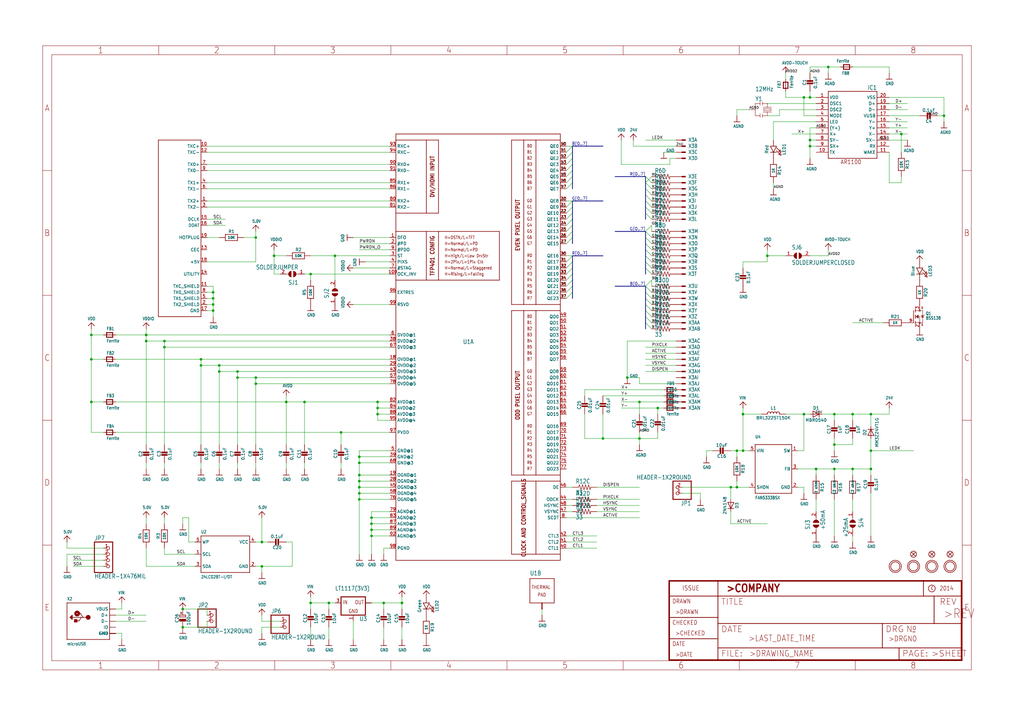
<source format=kicad_sch>
(kicad_sch (version 20211123) (generator eeschema)
  (paper "User" 427.076 299.161)
  (junction (at 266.7 167.64))
  (junction (at 337.82 40.64))
  (junction (at 347.98 185.42))
  (junction (at 83.82 149.86))
  (junction (at 335.28 40.64))
  (junction (at 340.36 195.58))
  (junction (at 363.22 172.72))
  (junction (at 88.9 124.46))
  (junction (at 154.94 215.9))
  (junction (at 347.98 172.72))
  (junction (at 154.94 223.52))
  (junction (at 154.94 218.44))
  (junction (at 109.22 226.06))
  (junction (at 106.68 157.48))
  (junction (at 129.54 251.46))
  (junction (at 109.22 236.22))
  (junction (at 347.98 195.58))
  (junction (at 142.24 180.34))
  (junction (at 337.82 58.42))
  (junction (at 149.86 193.04))
  (junction (at 393.7 48.26))
  (junction (at 375.92 55.88))
  (junction (at 137.16 251.46))
  (junction (at 91.44 154.94))
  (junction (at 149.86 198.12))
  (junction (at 251.46 182.88))
  (junction (at 38.1 167.64))
  (junction (at 83.82 152.4))
  (junction (at 38.1 139.7))
  (junction (at 309.88 187.96))
  (junction (at 355.6 172.72))
  (junction (at 60.96 139.7))
  (junction (at 261.62 157.48))
  (junction (at 99.06 154.94))
  (junction (at 337.82 60.96))
  (junction (at 154.94 220.98))
  (junction (at 157.48 172.72))
  (junction (at 114.3 106.68))
  (junction (at 91.44 152.4))
  (junction (at 307.34 203.2))
  (junction (at 149.86 205.74))
  (junction (at 309.88 172.72))
  (junction (at 274.32 170.18))
  (junction (at 363.22 195.58))
  (junction (at 345.44 27.94))
  (junction (at 88.9 129.54))
  (junction (at 76.2 261.62))
  (junction (at 60.96 142.24))
  (junction (at 88.9 127))
  (junction (at 68.58 142.24))
  (junction (at 335.28 172.72))
  (junction (at 139.7 106.68))
  (junction (at 266.7 182.88))
  (junction (at 38.1 149.86))
  (junction (at 355.6 195.58))
  (junction (at 99.06 157.48))
  (junction (at 106.68 160.02))
  (junction (at 160.02 251.46))
  (junction (at 149.86 200.66))
  (junction (at 76.2 254))
  (junction (at 106.68 99.06))
  (junction (at 157.48 167.64))
  (junction (at 363.22 187.96))
  (junction (at 167.64 251.46))
  (junction (at 149.86 208.28))
  (junction (at 304.8 203.2))
  (junction (at 68.58 144.78))
  (junction (at 119.38 167.64))
  (junction (at 307.34 187.96))
  (junction (at 320.04 106.68))
  (junction (at 127 167.64))
  (junction (at 88.9 121.92))
  (junction (at 129.54 114.3))
  (junction (at 157.48 170.18))
  (junction (at 149.86 203.2))
  (junction (at 149.86 190.5))
  (bus_entry (at 271.78 99.06) (size -2.54 -2.54))
  (bus_entry (at 271.78 73.66) (size -2.54 2.54))
  (bus_entry (at 271.78 127) (size -2.54 -2.54))
  (bus_entry (at 236.22 114.3) (size 2.54 -2.54))
  (bus_entry (at 271.78 132.08) (size -2.54 -2.54))
  (bus_entry (at 236.22 93.98) (size 2.54 -2.54))
  (bus_entry (at 271.78 129.54) (size -2.54 -2.54))
  (bus_entry (at 271.78 134.62) (size -2.54 -2.54))
  (bus_entry (at 236.22 66.04) (size 2.54 -2.54))
  (bus_entry (at 236.22 99.06) (size 2.54 -2.54))
  (bus_entry (at 271.78 121.92) (size -2.54 -2.54))
  (bus_entry (at 236.22 68.58) (size 2.54 -2.54))
  (bus_entry (at 236.22 63.5) (size 2.54 -2.54))
  (bus_entry (at 271.78 109.22) (size -2.54 -2.54))
  (bus_entry (at 271.78 86.36) (size -2.54 -2.54))
  (bus_entry (at 236.22 76.2) (size 2.54 -2.54))
  (bus_entry (at 271.78 124.46) (size -2.54 -2.54))
  (bus_entry (at 236.22 121.92) (size 2.54 -2.54))
  (bus_entry (at 236.22 116.84) (size 2.54 -2.54))
  (bus_entry (at 236.22 71.12) (size 2.54 -2.54))
  (bus_entry (at 236.22 119.38) (size 2.54 -2.54))
  (bus_entry (at 271.78 91.44) (size -2.54 -2.54))
  (bus_entry (at 271.78 104.14) (size -2.54 -2.54))
  (bus_entry (at 271.78 88.9) (size -2.54 -2.54))
  (bus_entry (at 271.78 114.3) (size -2.54 -2.54))
  (bus_entry (at 271.78 78.74) (size -2.54 -2.54))
  (bus_entry (at 236.22 124.46) (size 2.54 -2.54))
  (bus_entry (at 271.78 83.82) (size -2.54 -2.54))
  (bus_entry (at 271.78 116.84) (size -2.54 2.54))
  (bus_entry (at 236.22 111.76) (size 2.54 -2.54))
  (bus_entry (at 271.78 81.28) (size -2.54 -2.54))
  (bus_entry (at 236.22 109.22) (size 2.54 -2.54))
  (bus_entry (at 236.22 78.74) (size 2.54 -2.54))
  (bus_entry (at 271.78 111.76) (size -2.54 -2.54))
  (bus_entry (at 271.78 76.2) (size -2.54 -2.54))
  (bus_entry (at 271.78 137.16) (size -2.54 -2.54))
  (bus_entry (at 271.78 101.6) (size -2.54 -2.54))
  (bus_entry (at 236.22 91.44) (size 2.54 -2.54))
  (bus_entry (at 236.22 86.36) (size 2.54 -2.54))
  (bus_entry (at 236.22 88.9) (size 2.54 -2.54))
  (bus_entry (at 271.78 93.98) (size -2.54 2.54))
  (bus_entry (at 236.22 101.6) (size 2.54 -2.54))
  (bus_entry (at 271.78 106.68) (size -2.54 -2.54))
  (bus_entry (at 236.22 73.66) (size 2.54 -2.54))
  (bus_entry (at 236.22 96.52) (size 2.54 -2.54))
  (wire (pts (xy 248.92 213.36) (xy 266.7 213.36)))
  (wire (pts (xy 68.58 231.14) (xy 68.58 228.6)))
  (wire (pts (xy 43.18 139.7) (xy 38.1 139.7)))
  (wire (pts (xy 340.36 45.72) (xy 325.12 45.72)))
  (wire (pts (xy 154.94 215.9) (xy 154.94 218.44)))
  (wire (pts (xy 337.82 40.64) (xy 335.28 40.64)))
  (bus (pts (xy 238.76 114.3) (xy 238.76 116.84)))
  (wire (pts (xy 60.96 137.16) (xy 60.96 139.7)))
  (wire (pts (xy 86.36 71.12) (xy 162.56 71.12)))
  (wire (pts (xy 337.82 27.94) (xy 345.44 27.94)))
  (wire (pts (xy 119.38 167.64) (xy 119.38 165.1)))
  (wire (pts (xy 154.94 218.44) (xy 154.94 220.98)))
  (wire (pts (xy 162.56 99.06) (xy 147.32 99.06)))
  (wire (pts (xy 347.98 182.88) (xy 347.98 185.42)))
  (wire (pts (xy 43.18 167.64) (xy 38.1 167.64)))
  (wire (pts (xy 281.94 149.86) (xy 269.24 149.86)))
  (bus (pts (xy 238.76 73.66) (xy 238.76 71.12)))
  (bus (pts (xy 269.24 78.74) (xy 269.24 81.28)))
  (wire (pts (xy 276.86 170.18) (xy 274.32 170.18)))
  (wire (pts (xy 345.44 106.68) (xy 345.44 104.14)))
  (bus (pts (xy 269.24 96.52) (xy 256.54 96.52)))
  (wire (pts (xy 106.68 99.06) (xy 106.68 109.22)))
  (wire (pts (xy 86.36 86.36) (xy 162.56 86.36)))
  (wire (pts (xy 149.86 193.04) (xy 149.86 198.12)))
  (wire (pts (xy 337.82 53.34) (xy 337.82 58.42)))
  (wire (pts (xy 139.7 106.68) (xy 139.7 116.84)))
  (bus (pts (xy 238.76 83.82) (xy 238.76 86.36)))
  (bus (pts (xy 238.76 93.98) (xy 238.76 96.52)))
  (wire (pts (xy 106.68 160.02) (xy 106.68 157.48)))
  (wire (pts (xy 266.7 160.02) (xy 281.94 160.02)))
  (wire (pts (xy 88.9 127) (xy 88.9 129.54)))
  (wire (pts (xy 101.6 99.06) (xy 106.68 99.06)))
  (wire (pts (xy 121.92 226.06) (xy 121.92 236.22)))
  (wire (pts (xy 332.74 203.2) (xy 335.28 203.2)))
  (wire (pts (xy 307.34 190.5) (xy 307.34 187.96)))
  (wire (pts (xy 370.84 43.18) (xy 378.46 43.18)))
  (wire (pts (xy 363.22 187.96) (xy 363.22 182.88)))
  (wire (pts (xy 78.74 226.06) (xy 78.74 215.9)))
  (wire (pts (xy 119.38 167.64) (xy 48.26 167.64)))
  (wire (pts (xy 162.56 208.28) (xy 149.86 208.28)))
  (wire (pts (xy 111.76 226.06) (xy 109.22 226.06)))
  (wire (pts (xy 337.82 40.64) (xy 337.82 38.1)))
  (wire (pts (xy 60.96 218.44) (xy 60.96 215.9)))
  (wire (pts (xy 43.18 149.86) (xy 38.1 149.86)))
  (wire (pts (xy 162.56 157.48) (xy 106.68 157.48)))
  (bus (pts (xy 269.24 101.6) (xy 269.24 104.14)))
  (wire (pts (xy 281.94 63.5) (xy 276.86 63.5)))
  (wire (pts (xy 261.62 142.24) (xy 261.62 157.48)))
  (wire (pts (xy 363.22 198.12) (xy 363.22 195.58)))
  (wire (pts (xy 276.86 167.64) (xy 266.7 167.64)))
  (wire (pts (xy 106.68 236.22) (xy 109.22 236.22)))
  (bus (pts (xy 269.24 99.06) (xy 269.24 101.6)))
  (wire (pts (xy 116.84 114.3) (xy 114.3 114.3)))
  (wire (pts (xy 355.6 226.06) (xy 355.6 223.52)))
  (wire (pts (xy 114.3 114.3) (xy 114.3 106.68)))
  (wire (pts (xy 149.86 198.12) (xy 149.86 200.66)))
  (wire (pts (xy 167.64 261.62) (xy 167.64 266.7)))
  (wire (pts (xy 162.56 205.74) (xy 149.86 205.74)))
  (wire (pts (xy 368.3 134.62) (xy 355.6 134.62)))
  (wire (pts (xy 162.56 114.3) (xy 129.54 114.3)))
  (wire (pts (xy 355.6 27.94) (xy 370.84 27.94)))
  (wire (pts (xy 106.68 193.04) (xy 106.68 195.58)))
  (wire (pts (xy 137.16 254) (xy 137.16 251.46)))
  (wire (pts (xy 99.06 154.94) (xy 91.44 154.94)))
  (wire (pts (xy 129.54 114.3) (xy 127 114.3)))
  (wire (pts (xy 86.36 78.74) (xy 162.56 78.74)))
  (wire (pts (xy 340.36 198.12) (xy 340.36 195.58)))
  (bus (pts (xy 238.76 116.84) (xy 238.76 119.38)))
  (wire (pts (xy 294.64 187.96) (xy 294.64 190.5)))
  (wire (pts (xy 157.48 170.18) (xy 157.48 167.64)))
  (wire (pts (xy 149.86 200.66) (xy 149.86 203.2)))
  (wire (pts (xy 243.84 165.1) (xy 243.84 162.56)))
  (wire (pts (xy 320.04 109.22) (xy 309.88 109.22)))
  (wire (pts (xy 309.88 109.22) (xy 309.88 111.76)))
  (wire (pts (xy 350.52 27.94) (xy 345.44 27.94)))
  (wire (pts (xy 162.56 213.36) (xy 154.94 213.36)))
  (wire (pts (xy 86.36 93.98) (xy 93.98 93.98)))
  (bus (pts (xy 238.76 60.96) (xy 251.46 60.96)))
  (wire (pts (xy 109.22 261.62) (xy 109.22 264.16)))
  (wire (pts (xy 281.94 144.78) (xy 269.24 144.78)))
  (wire (pts (xy 355.6 195.58) (xy 363.22 195.58)))
  (wire (pts (xy 279.4 66.04) (xy 279.4 68.58)))
  (wire (pts (xy 370.84 48.26) (xy 383.54 48.26)))
  (wire (pts (xy 106.68 157.48) (xy 99.06 157.48)))
  (wire (pts (xy 332.74 195.58) (xy 340.36 195.58)))
  (wire (pts (xy 307.34 203.2) (xy 304.8 203.2)))
  (wire (pts (xy 162.56 160.02) (xy 106.68 160.02)))
  (wire (pts (xy 50.8 264.16) (xy 50.8 266.7)))
  (wire (pts (xy 68.58 193.04) (xy 68.58 195.58)))
  (wire (pts (xy 127 193.04) (xy 127 195.58)))
  (wire (pts (xy 375.92 76.2) (xy 370.84 76.2)))
  (bus (pts (xy 269.24 124.46) (xy 269.24 127)))
  (wire (pts (xy 292.1 205.74) (xy 292.1 208.28)))
  (wire (pts (xy 332.74 187.96) (xy 335.28 187.96)))
  (wire (pts (xy 147.32 259.08) (xy 147.32 266.7)))
  (wire (pts (xy 304.8 203.2) (xy 284.48 203.2)))
  (wire (pts (xy 162.56 154.94) (xy 99.06 154.94)))
  (wire (pts (xy 325.12 48.26) (xy 320.04 48.26)))
  (wire (pts (xy 86.36 124.46) (xy 88.9 124.46)))
  (bus (pts (xy 269.24 109.22) (xy 269.24 111.76)))
  (wire (pts (xy 91.44 193.04) (xy 91.44 195.58)))
  (wire (pts (xy 83.82 193.04) (xy 83.82 195.58)))
  (wire (pts (xy 347.98 223.52) (xy 347.98 208.28)))
  (wire (pts (xy 162.56 218.44) (xy 154.94 218.44)))
  (wire (pts (xy 309.88 172.72) (xy 317.5 172.72)))
  (wire (pts (xy 370.84 50.8) (xy 378.46 50.8)))
  (wire (pts (xy 355.6 175.26) (xy 355.6 172.72)))
  (bus (pts (xy 269.24 111.76) (xy 269.24 114.3)))
  (wire (pts (xy 86.36 119.38) (xy 88.9 119.38)))
  (wire (pts (xy 154.94 251.46) (xy 160.02 251.46)))
  (wire (pts (xy 109.22 236.22) (xy 109.22 238.76)))
  (bus (pts (xy 238.76 86.36) (xy 238.76 88.9)))
  (wire (pts (xy 88.9 119.38) (xy 88.9 121.92)))
  (wire (pts (xy 259.08 68.58) (xy 259.08 58.42)))
  (bus (pts (xy 269.24 73.66) (xy 256.54 73.66)))
  (wire (pts (xy 337.82 30.48) (xy 337.82 27.94)))
  (wire (pts (xy 236.22 60.96) (xy 238.76 60.96)))
  (wire (pts (xy 304.8 213.36) (xy 304.8 218.44)))
  (wire (pts (xy 149.86 208.28) (xy 149.86 231.14)))
  (wire (pts (xy 139.7 106.68) (xy 162.56 106.68)))
  (wire (pts (xy 109.22 259.08) (xy 109.22 256.54)))
  (wire (pts (xy 340.36 58.42) (xy 337.82 58.42)))
  (wire (pts (xy 154.94 220.98) (xy 154.94 223.52)))
  (wire (pts (xy 48.26 254) (xy 50.8 254)))
  (wire (pts (xy 81.28 236.22) (xy 60.96 236.22)))
  (wire (pts (xy 340.36 43.18) (xy 320.04 43.18)))
  (wire (pts (xy 149.86 190.5) (xy 149.86 193.04)))
  (wire (pts (xy 266.7 182.88) (xy 266.7 185.42)))
  (bus (pts (xy 269.24 83.82) (xy 269.24 86.36)))
  (wire (pts (xy 162.56 127) (xy 147.32 127)))
  (wire (pts (xy 139.7 251.46) (xy 137.16 251.46)))
  (wire (pts (xy 279.4 68.58) (xy 259.08 68.58)))
  (wire (pts (xy 68.58 218.44) (xy 68.58 215.9)))
  (wire (pts (xy 38.1 180.34) (xy 38.1 167.64)))
  (wire (pts (xy 119.38 185.42) (xy 119.38 167.64)))
  (wire (pts (xy 162.56 190.5) (xy 149.86 190.5)))
  (wire (pts (xy 27.94 228.6) (xy 27.94 226.06)))
  (wire (pts (xy 312.42 45.72) (xy 307.34 45.72)))
  (wire (pts (xy 248.92 208.28) (xy 266.7 208.28)))
  (bus (pts (xy 238.76 83.82) (xy 251.46 83.82)))
  (wire (pts (xy 370.84 58.42) (xy 378.46 58.42)))
  (wire (pts (xy 340.36 48.26) (xy 335.28 48.26)))
  (wire (pts (xy 83.82 149.86) (xy 48.26 149.86)))
  (wire (pts (xy 162.56 172.72) (xy 157.48 172.72)))
  (wire (pts (xy 337.82 106.68) (xy 345.44 106.68)))
  (wire (pts (xy 162.56 175.26) (xy 157.48 175.26)))
  (bus (pts (xy 238.76 106.68) (xy 238.76 109.22)))
  (wire (pts (xy 88.9 129.54) (xy 88.9 132.08)))
  (wire (pts (xy 248.92 203.2) (xy 266.7 203.2)))
  (wire (pts (xy 99.06 157.48) (xy 99.06 185.42)))
  (wire (pts (xy 86.36 121.92) (xy 88.9 121.92)))
  (wire (pts (xy 264.16 60.96) (xy 264.16 58.42)))
  (wire (pts (xy 43.18 231.14) (xy 27.94 231.14)))
  (wire (pts (xy 309.88 170.18) (xy 309.88 172.72)))
  (wire (pts (xy 322.58 78.74) (xy 322.58 76.2)))
  (bus (pts (xy 238.76 68.58) (xy 238.76 66.04)))
  (wire (pts (xy 60.96 142.24) (xy 60.96 139.7)))
  (wire (pts (xy 162.56 198.12) (xy 149.86 198.12)))
  (wire (pts (xy 157.48 167.64) (xy 127 167.64)))
  (wire (pts (xy 236.22 223.52) (xy 248.92 223.52)))
  (wire (pts (xy 327.66 172.72) (xy 335.28 172.72)))
  (wire (pts (xy 355.6 182.88) (xy 355.6 185.42)))
  (wire (pts (xy 162.56 187.96) (xy 149.86 187.96)))
  (wire (pts (xy 243.84 182.88) (xy 251.46 182.88)))
  (wire (pts (xy 60.96 142.24) (xy 60.96 185.42)))
  (wire (pts (xy 162.56 180.34) (xy 142.24 180.34)))
  (wire (pts (xy 154.94 213.36) (xy 154.94 215.9)))
  (wire (pts (xy 162.56 203.2) (xy 149.86 203.2)))
  (wire (pts (xy 340.36 60.96) (xy 337.82 60.96)))
  (wire (pts (xy 370.84 76.2) (xy 370.84 63.5)))
  (wire (pts (xy 335.28 40.64) (xy 327.66 40.64)))
  (bus (pts (xy 269.24 106.68) (xy 269.24 109.22)))
  (wire (pts (xy 236.22 213.36) (xy 238.76 213.36)))
  (wire (pts (xy 68.58 144.78) (xy 68.58 185.42)))
  (wire (pts (xy 304.8 218.44) (xy 320.04 218.44)))
  (wire (pts (xy 86.36 63.5) (xy 162.56 63.5)))
  (bus (pts (xy 238.76 63.5) (xy 238.76 60.96)))
  (wire (pts (xy 139.7 106.68) (xy 129.54 106.68)))
  (wire (pts (xy 160.02 228.6) (xy 160.02 231.14)))
  (wire (pts (xy 347.98 172.72) (xy 355.6 172.72)))
  (wire (pts (xy 60.96 236.22) (xy 60.96 228.6)))
  (wire (pts (xy 363.22 195.58) (xy 363.22 187.96)))
  (wire (pts (xy 83.82 152.4) (xy 83.82 185.42)))
  (wire (pts (xy 320.04 109.22) (xy 320.04 106.68)))
  (bus (pts (xy 269.24 81.28) (xy 269.24 83.82)))
  (wire (pts (xy 162.56 101.6) (xy 149.86 101.6)))
  (wire (pts (xy 243.84 172.72) (xy 243.84 182.88)))
  (bus (pts (xy 269.24 132.08) (xy 269.24 134.62)))
  (bus (pts (xy 269.24 119.38) (xy 269.24 121.92)))
  (wire (pts (xy 337.82 60.96) (xy 337.82 66.04)))
  (bus (pts (xy 238.76 76.2) (xy 238.76 73.66)))
  (wire (pts (xy 38.1 139.7) (xy 38.1 137.16)))
  (wire (pts (xy 271.78 119.38) (xy 271.78 116.84)))
  (wire (pts (xy 274.32 170.18) (xy 259.08 170.18)))
  (wire (pts (xy 162.56 149.86) (xy 83.82 149.86)))
  (wire (pts (xy 347.98 175.26) (xy 347.98 172.72)))
  (wire (pts (xy 284.48 205.74) (xy 292.1 205.74)))
  (bus (pts (xy 269.24 129.54) (xy 269.24 132.08)))
  (wire (pts (xy 347.98 198.12) (xy 347.98 195.58)))
  (wire (pts (xy 236.22 226.06) (xy 248.92 226.06)))
  (wire (pts (xy 149.86 187.96) (xy 149.86 190.5)))
  (wire (pts (xy 114.3 106.68) (xy 114.3 104.14)))
  (wire (pts (xy 162.56 223.52) (xy 154.94 223.52)))
  (wire (pts (xy 281.94 66.04) (xy 279.4 66.04)))
  (wire (pts (xy 38.1 149.86) (xy 38.1 139.7)))
  (wire (pts (xy 370.84 27.94) (xy 370.84 30.48)))
  (wire (pts (xy 355.6 213.36) (xy 355.6 208.28)))
  (wire (pts (xy 129.54 261.62) (xy 129.54 266.7)))
  (wire (pts (xy 129.54 116.84) (xy 129.54 114.3)))
  (bus (pts (xy 269.24 86.36) (xy 269.24 88.9)))
  (wire (pts (xy 281.94 154.94) (xy 269.24 154.94)))
  (wire (pts (xy 363.22 172.72) (xy 370.84 172.72)))
  (wire (pts (xy 43.18 228.6) (xy 27.94 228.6)))
  (wire (pts (xy 236.22 215.9) (xy 266.7 215.9)))
  (wire (pts (xy 119.38 106.68) (xy 114.3 106.68)))
  (wire (pts (xy 86.36 127) (xy 88.9 127)))
  (wire (pts (xy 340.36 40.64) (xy 337.82 40.64)))
  (wire (pts (xy 320.04 106.68) (xy 327.66 106.68)))
  (wire (pts (xy 162.56 200.66) (xy 149.86 200.66)))
  (wire (pts (xy 30.48 233.68) (xy 43.18 233.68)))
  (wire (pts (xy 116.84 259.08) (xy 109.22 259.08)))
  (wire (pts (xy 106.68 160.02) (xy 106.68 185.42)))
  (wire (pts (xy 160.02 251.46) (xy 167.64 251.46)))
  (wire (pts (xy 142.24 180.34) (xy 142.24 185.42)))
  (wire (pts (xy 355.6 172.72) (xy 363.22 172.72)))
  (wire (pts (xy 327.66 40.64) (xy 327.66 38.1)))
  (wire (pts (xy 76.2 215.9) (xy 76.2 218.44)))
  (wire (pts (xy 297.18 187.96) (xy 294.64 187.96)))
  (wire (pts (xy 38.1 167.64) (xy 38.1 149.86)))
  (wire (pts (xy 337.82 58.42) (xy 337.82 60.96)))
  (wire (pts (xy 266.7 180.34) (xy 266.7 182.88)))
  (wire (pts (xy 162.56 167.64) (xy 157.48 167.64)))
  (wire (pts (xy 370.84 40.64) (xy 393.7 40.64)))
  (wire (pts (xy 86.36 83.82) (xy 162.56 83.82)))
  (wire (pts (xy 154.94 223.52) (xy 154.94 231.14)))
  (wire (pts (xy 375.92 76.2) (xy 375.92 73.66)))
  (wire (pts (xy 88.9 124.46) (xy 88.9 127)))
  (wire (pts (xy 86.36 261.62) (xy 86.36 259.08)))
  (wire (pts (xy 281.94 152.4) (xy 269.24 152.4)))
  (wire (pts (xy 50.8 254) (xy 50.8 251.46)))
  (wire (pts (xy 137.16 251.46) (xy 129.54 251.46)))
  (wire (pts (xy 307.34 187.96) (xy 304.8 187.96)))
  (wire (pts (xy 320.04 106.68) (xy 320.04 104.14)))
  (bus (pts (xy 269.24 104.14) (xy 269.24 106.68)))
  (wire (pts (xy 363.22 187.96) (xy 381 187.96)))
  (bus (pts (xy 269.24 76.2) (xy 269.24 78.74)))
  (wire (pts (xy 162.56 111.76) (xy 147.32 111.76)))
  (wire (pts (xy 127 167.64) (xy 119.38 167.64)))
  (wire (pts (xy 91.44 152.4) (xy 83.82 152.4)))
  (wire (pts (xy 99.06 157.48) (xy 99.06 154.94)))
  (wire (pts (xy 160.02 261.62) (xy 160.02 266.7)))
  (bus (pts (xy 238.76 66.04) (xy 238.76 63.5)))
  (wire (pts (xy 137.16 261.62) (xy 137.16 266.7)))
  (wire (pts (xy 43.18 180.34) (xy 38.1 180.34)))
  (bus (pts (xy 269.24 119.38) (xy 256.54 119.38)))
  (wire (pts (xy 48.26 264.16) (xy 50.8 264.16)))
  (wire (pts (xy 162.56 109.22) (xy 152.4 109.22)))
  (bus (pts (xy 269.24 134.62) (xy 269.24 137.16)))
  (wire (pts (xy 86.36 129.54) (xy 88.9 129.54)))
  (wire (pts (xy 370.84 172.72) (xy 370.84 170.18)))
  (wire (pts (xy 342.9 172.72) (xy 347.98 172.72)))
  (wire (pts (xy 274.32 182.88) (xy 274.32 180.34)))
  (bus (pts (xy 238.76 111.76) (xy 238.76 114.3)))
  (wire (pts (xy 327.66 30.48) (xy 327.66 33.02)))
  (wire (pts (xy 68.58 144.78) (xy 68.58 142.24)))
  (wire (pts (xy 149.86 205.74) (xy 149.86 208.28)))
  (wire (pts (xy 91.44 154.94) (xy 91.44 152.4)))
  (wire (pts (xy 375.92 55.88) (xy 378.46 55.88)))
  (wire (pts (xy 86.36 256.54) (xy 86.36 254)))
  (wire (pts (xy 86.36 254) (xy 76.2 254)))
  (wire (pts (xy 149.86 203.2) (xy 149.86 205.74)))
  (wire (pts (xy 281.94 60.96) (xy 264.16 60.96)))
  (wire (pts (xy 48.26 256.54) (xy 60.96 256.54)))
  (wire (pts (xy 157.48 175.26) (xy 157.48 172.72)))
  (wire (pts (xy 251.46 182.88) (xy 266.7 182.88)))
  (wire (pts (xy 109.22 226.06) (xy 109.22 215.9)))
  (bus (pts (xy 238.76 96.52) (xy 238.76 99.06)))
  (wire (pts (xy 363.22 177.8) (xy 363.22 172.72)))
  (wire (pts (xy 162.56 228.6) (xy 160.02 228.6)))
  (wire (pts (xy 335.28 187.96) (xy 335.28 172.72)))
  (wire (pts (xy 276.86 162.56) (xy 243.84 162.56)))
  (wire (pts (xy 340.36 50.8) (xy 322.58 50.8)))
  (wire (pts (xy 162.56 220.98) (xy 154.94 220.98)))
  (wire (pts (xy 236.22 83.82) (xy 238.76 83.82)))
  (bus (pts (xy 238.76 71.12) (xy 238.76 68.58)))
  (wire (pts (xy 363.22 205.74) (xy 363.22 223.52)))
  (wire (pts (xy 276.86 165.1) (xy 251.46 165.1)))
  (wire (pts (xy 68.58 231.14) (xy 81.28 231.14)))
  (wire (pts (xy 162.56 215.9) (xy 154.94 215.9)))
  (wire (pts (xy 119.38 226.06) (xy 121.92 226.06)))
  (wire (pts (xy 27.94 231.14) (xy 27.94 236.22)))
  (bus (pts (xy 269.24 121.92) (xy 269.24 124.46)))
  (wire (pts (xy 119.38 193.04) (xy 119.38 195.58)))
  (wire (pts (xy 60.96 193.04) (xy 60.96 195.58)))
  (wire (pts (xy 236.22 228.6) (xy 248.92 228.6)))
  (bus (pts (xy 238.76 106.68) (xy 251.46 106.68)))
  (bus (pts (xy 269.24 127) (xy 269.24 129.54)))
  (wire (pts (xy 76.2 261.62) (xy 86.36 261.62)))
  (wire (pts (xy 340.36 53.34) (xy 337.82 53.34)))
  (wire (pts (xy 335.28 48.26) (xy 335.28 40.64)))
  (wire (pts (xy 347.98 185.42) (xy 347.98 187.96)))
  (wire (pts (xy 162.56 104.14) (xy 149.86 104.14)))
  (bus (pts (xy 269.24 73.66) (xy 269.24 76.2)))
  (wire (pts (xy 309.88 187.96) (xy 309.88 172.72)))
  (wire (pts (xy 307.34 200.66) (xy 307.34 203.2)))
  (wire (pts (xy 266.7 172.72) (xy 266.7 167.64)))
  (wire (pts (xy 312.42 203.2) (xy 307.34 203.2)))
  (wire (pts (xy 48.26 259.08) (xy 60.96 259.08)))
  (wire (pts (xy 162.56 142.24) (xy 68.58 142.24)))
  (wire (pts (xy 355.6 198.12) (xy 355.6 195.58)))
  (wire (pts (xy 116.84 261.62) (xy 109.22 261.62)))
  (wire (pts (xy 236.22 106.68) (xy 238.76 106.68)))
  (wire (pts (xy 160.02 251.46) (xy 160.02 254)))
  (wire (pts (xy 30.48 236.22) (xy 43.18 236.22)))
  (wire (pts (xy 142.24 193.04) (xy 142.24 195.58)))
  (wire (pts (xy 86.36 91.44) (xy 93.98 91.44)))
  (wire (pts (xy 335.28 203.2) (xy 335.28 205.74)))
  (wire (pts (xy 266.7 157.48) (xy 266.7 160.02)))
  (wire (pts (xy 86.36 68.58) (xy 162.56 68.58)))
  (wire (pts (xy 340.36 55.88) (xy 330.2 55.88)))
  (wire (pts (xy 157.48 172.72) (xy 157.48 170.18)))
  (wire (pts (xy 271.78 96.52) (xy 271.78 93.98)))
  (wire (pts (xy 106.68 109.22) (xy 86.36 109.22)))
  (wire (pts (xy 121.92 236.22) (xy 109.22 236.22)))
  (bus (pts (xy 238.76 78.74) (xy 238.76 76.2)))
  (wire (pts (xy 236.22 210.82) (xy 238.76 210.82)))
  (wire (pts (xy 370.84 45.72) (xy 378.46 45.72)))
  (bus (pts (xy 238.76 88.9) (xy 238.76 91.44)))
  (wire (pts (xy 86.36 99.06) (xy 91.44 99.06)))
  (wire (pts (xy 281.94 147.32) (xy 269.24 147.32)))
  (wire (pts (xy 226.06 254) (xy 226.06 256.54)))
  (wire (pts (xy 86.36 76.2) (xy 162.56 76.2)))
  (wire (pts (xy 281.94 142.24) (xy 261.62 142.24)))
  (wire (pts (xy 307.34 45.72) (xy 307.34 48.26)))
  (wire (pts (xy 162.56 139.7) (xy 60.96 139.7)))
  (wire (pts (xy 162.56 152.4) (xy 91.44 152.4)))
  (wire (pts (xy 274.32 172.72) (xy 274.32 170.18)))
  (wire (pts (xy 335.28 172.72) (xy 337.82 172.72)))
  (wire (pts (xy 391.16 48.26) (xy 393.7 48.26)))
  (wire (pts (xy 266.7 167.64) (xy 259.08 167.64)))
  (bus (pts (xy 269.24 96.52) (xy 269.24 99.06)))
  (bus (pts (xy 269.24 88.9) (xy 269.24 91.44)))
  (wire (pts (xy 340.36 213.36) (xy 340.36 208.28)))
  (wire (pts (xy 99.06 193.04) (xy 99.06 195.58)))
  (wire (pts (xy 78.74 215.9) (xy 76.2 215.9)))
  (wire (pts (xy 142.24 180.34) (xy 48.26 180.34)))
  (wire (pts (xy 307.34 187.96) (xy 309.88 187.96)))
  (wire (pts (xy 248.92 210.82) (xy 266.7 210.82)))
  (wire (pts (xy 127 185.42) (xy 127 167.64)))
  (wire (pts (xy 88.9 121.92) (xy 88.9 124.46)))
  (wire (pts (xy 162.56 193.04) (xy 149.86 193.04)))
  (wire (pts (xy 106.68 226.06) (xy 109.22 226.06)))
  (wire (pts (xy 236.22 203.2) (xy 238.76 203.2)))
  (wire (pts (xy 345.44 27.94) (xy 345.44 30.48)))
  (wire (pts (xy 60.96 139.7) (xy 48.26 139.7)))
  (wire (pts (xy 393.7 40.64) (xy 393.7 48.26)))
  (wire (pts (xy 393.7 48.26) (xy 393.7 50.8)))
  (wire (pts (xy 261.62 157.48) (xy 266.7 157.48)))
  (wire (pts (xy 129.54 254) (xy 129.54 251.46)))
  (bus (pts (xy 238.76 119.38) (xy 238.76 121.92)))
  (wire (pts (xy 129.54 251.46) (xy 129.54 248.92)))
  (wire (pts (xy 91.44 154.94) (xy 91.44 185.42)))
  (wire (pts (xy 83.82 152.4) (xy 83.82 149.86)))
  (wire (pts (xy 325.12 45.72) (xy 325.12 48.26)))
  (wire (pts (xy 304.8 203.2) (xy 304.8 208.28)))
  (wire (pts (xy 251.46 172.72) (xy 251.46 182.88)))
  (wire (pts (xy 68.58 142.24) (xy 60.96 142.24)))
  (wire (pts (xy 355.6 185.42) (xy 347.98 185.42)))
  (wire (pts (xy 274.32 182.88) (xy 266.7 182.88)))
  (bus (pts (xy 238.76 99.06) (xy 238.76 101.6)))
  (wire (pts (xy 236.22 208.28) (xy 238.76 208.28)))
  (wire (pts (xy 375.92 63.5) (xy 375.92 55.88)))
  (wire (pts (xy 167.64 251.46) (xy 167.64 248.92)))
  (wire (pts (xy 370.84 53.34) (xy 378.46 53.34)))
  (wire (pts (xy 106.68 99.06) (xy 106.68 96.52)))
  (wire (pts (xy 347.98 195.58) (xy 355.6 195.58)))
  (wire (pts (xy 312.42 187.96) (xy 309.88 187.96)))
  (bus (pts (xy 238.76 121.92) (xy 238.76 124.46)))
  (wire (pts (xy 281.94 58.42) (xy 269.24 58.42)))
  (wire (pts (xy 86.36 60.96) (xy 162.56 60.96)))
  (wire (pts (xy 322.58 50.8) (xy 322.58 58.42)))
  (wire (pts (xy 162.56 144.78) (xy 68.58 144.78)))
  (wire (pts (xy 370.84 55.88) (xy 375.92 55.88)))
  (bus (pts (xy 238.76 109.22) (xy 238.76 111.76)))
  (wire (pts (xy 167.64 251.46) (xy 167.64 254)))
  (wire (pts (xy 162.56 170.18) (xy 157.48 170.18)))
  (wire (pts (xy 81.28 226.06) (xy 78.74 226.06)))
  (wire (pts (xy 340.36 195.58) (xy 347.98 195.58)))
  (bus (pts (xy 238.76 91.44) (xy 238.76 93.98)))
  (label "B1" (at 236.22 63.5 180) (effects (font (size 1.016 1.016))))
  (label "AGND" (at 340.36 53.34 0) (effects (font (size 1.016 1.016))))
  (label "ACTIVE" (at 251.46 215.9 0) (effects (font (size 1.2446 1.2446))))
  (label "R7" (at 236.22 124.46 180) (effects (font (size 1.016 1.016))))
  (label "G1" (at 236.22 86.36 180) (effects (font (size 1.016 1.016))))
  (label "Y-" (at 259.08 170.18 0) (effects (font (size 1.2446 1.2446))))
  (label "PIXCLK" (at 251.46 208.28 0) (effects (font (size 1.2446 1.2446))))
  (label "PWRDN_O" (at 149.86 104.14 0) (effects (font (size 1.2446 1.2446))))
  (label "X-" (at 373.38 55.88 0) (effects (font (size 1.2446 1.2446))))
  (label "PWRDN" (at 149.86 101.6 0) (effects (font (size 1.2446 1.2446))))
  (label "SDA" (at 30.48 236.22 0) (effects (font (size 1.2446 1.2446))))
  (label "B[0..7]" (at 269.24 119.38 180) (effects (font (size 1.2446 1.2446))))
  (label "R0" (at 271.78 73.66 0) (effects (font (size 1.016 1.016))))
  (label "B[0..7]" (at 245.11 60.96 180) (effects (font (size 1.2446 1.2446))))
  (label "R0" (at 236.22 106.68 180) (effects (font (size 1.016 1.016))))
  (label "X-" (at 259.08 167.64 0) (effects (font (size 1.2446 1.2446))))
  (label "24V" (at 281.94 60.96 0) (effects (font (size 1.016 1.016))))
  (label "DISPEN" (at 251.46 203.2 0) (effects (font (size 1.2446 1.2446))))
  (label "G1" (at 271.78 99.06 0) (effects (font (size 1.016 1.016))))
  (label "SCL" (at 88.9 91.44 0) (effects (font (size 1.2446 1.2446))))
  (label "SDA" (at 88.9 93.98 0) (effects (font (size 1.2446 1.2446))))
  (label "G6" (at 271.78 111.76 0) (effects (font (size 1.016 1.016))))
  (label "B7" (at 236.22 78.74 180) (effects (font (size 1.016 1.016))))
  (label "D+" (at 373.38 43.18 0) (effects (font (size 1.2446 1.2446))))
  (label "R4" (at 236.22 116.84 180) (effects (font (size 1.016 1.016))))
  (label "B5" (at 271.78 132.08 0) (effects (font (size 1.016 1.016))))
  (label "SDA" (at 73.66 236.22 0) (effects (font (size 1.2446 1.2446))))
  (label "G2" (at 271.78 101.6 0) (effects (font (size 1.016 1.016))))
  (label "R3" (at 271.78 81.28 0) (effects (font (size 1.016 1.016))))
  (label "CTL1" (at 238.76 228.6 0) (effects (font (size 1.2446 1.2446))))
  (label "AGND" (at 266.7 180.34 0) (effects (font (size 1.016 1.016))))
  (label "R4" (at 271.78 83.82 0) (effects (font (size 1.016 1.016))))
  (label "24V" (at 342.9 172.72 180) (effects (font (size 1.016 1.016))))
  (label "G4" (at 236.22 93.98 180) (effects (font (size 1.016 1.016))))
  (label "G5" (at 236.22 96.52 180) (effects (font (size 1.016 1.016))))
  (label "B2" (at 236.22 66.04 180) (effects (font (size 1.016 1.016))))
  (label "DISPEN" (at 271.78 154.94 0) (effects (font (size 1.2446 1.2446))))
  (label "B5" (at 236.22 73.66 180) (effects (font (size 1.016 1.016))))
  (label "G6" (at 236.22 99.06 180) (effects (font (size 1.016 1.016))))
  (label "G[0..7]" (at 245.11 83.82 180) (effects (font (size 1.2446 1.2446))))
  (label "R[0..7]" (at 245.11 106.68 180) (effects (font (size 1.2446 1.2446))))
  (label "B0" (at 236.22 60.96 180) (effects (font (size 1.016 1.016))))
  (label "B6" (at 236.22 76.2 180) (effects (font (size 1.016 1.016))))
  (label "B3" (at 271.78 127 0) (effects (font (size 1.016 1.016))))
  (label "B6" (at 271.78 134.62 0) (effects (font (size 1.016 1.016))))
  (label "R5" (at 271.78 86.36 0) (effects (font (size 1.016 1.016))))
  (label "AGND" (at 312.42 45.72 0) (effects (font (size 1.016 1.016))))
  (label "B2" (at 271.78 124.46 0) (effects (font (size 1.016 1.016))))
  (label "Y-" (at 373.38 50.8 0) (effects (font (size 1.2446 1.2446))))
  (label "AVDD2" (at 345.44 106.68 0) (effects (font (size 1.016 1.016))))
  (label "CTL2" (at 238.76 226.06 0) (effects (font (size 1.2446 1.2446))))
  (label "VSYNC" (at 271.78 152.4 0) (effects (font (size 1.2446 1.2446))))
  (label "D+" (at 53.34 256.54 0) (effects (font (size 1.2446 1.2446))))
  (label "LEDK" (at 271.78 58.42 0) (effects (font (size 1.2446 1.2446))))
  (label "PIXCLK" (at 271.78 144.78 0) (effects (font (size 1.2446 1.2446))))
  (label "B4" (at 236.22 71.12 180) (effects (font (size 1.016 1.016))))
  (label "R1" (at 271.78 76.2 0) (effects (font (size 1.016 1.016))))
  (label "SCL" (at 30.48 233.68 0) (effects (font (size 1.2446 1.2446))))
  (label "ACTIVE" (at 271.78 147.32 0) (effects (font (size 1.2446 1.2446))))
  (label "B7" (at 271.78 137.16 0) (effects (font (size 1.016 1.016))))
  (label "G3" (at 236.22 91.44 180) (effects (font (size 1.016 1.016))))
  (label "HSYNC" (at 251.46 210.82 0) (effects (font (size 1.2446 1.2446))))
  (label "VSYNC" (at 251.46 213.36 0) (effects (font (size 1.2446 1.2446))))
  (label "B4" (at 271.78 129.54 0) (effects (font (size 1.016 1.016))))
  (label "G3" (at 271.78 104.14 0) (effects (font (size 1.016 1.016))))
  (label "AGND" (at 322.58 78.74 0) (effects (font (size 1.016 1.016))))
  (label "SCL" (at 73.66 231.14 0) (effects (font (size 1.2446 1.2446))))
  (label "R2" (at 236.22 111.76 180) (effects (font (size 1.016 1.016))))
  (label "B1" (at 271.78 121.92 0) (effects (font (size 1.016 1.016))))
  (label "ACTIVE" (at 358.14 134.62 0) (effects (font (size 1.2446 1.2446))))
  (label "HSYNC" (at 271.78 149.86 0) (effects (font (size 1.2446 1.2446))))
  (label "R[0..7]" (at 269.24 73.66 180) (effects (font (size 1.2446 1.2446))))
  (label "R6" (at 271.78 88.9 0) (effects (font (size 1.016 1.016))))
  (label "G4" (at 271.78 106.68 0) (effects (font (size 1.016 1.016))))
  (label "Y+" (at 373.38 53.34 0) (effects (font (size 1.2446 1.2446))))
  (label "AGND" (at 370.84 58.42 180) (effects (font (size 1.016 1.016))))
  (label "CTL3" (at 238.76 223.52 0) (effects (font (size 1.2446 1.2446))))
  (label "G7" (at 236.22 101.6 180) (effects (font (size 1.016 1.016))))
  (label "R3" (at 236.22 114.3 180) (effects (font (size 1.016 1.016))))
  (label "ACTIVE" (at 307.34 218.44 0) (effects (font (size 1.2446 1.2446))))
  (label "D-" (at 373.38 45.72 0) (effects (font (size 1.2446 1.2446))))
  (label "B0" (at 271.78 116.84 0) (effects (font (size 1.016 1.016))))
  (label "AVDD2" (at 327.66 30.48 0) (effects (font (size 1.016 1.016))))
  (label "AGND" (at 337.82 30.48 0) (effects (font (size 1.016 1.016))))
  (label "B3" (at 236.22 68.58 180) (effects (font (size 1.016 1.016))))
  (label "R5" (at 236.22 119.38 180) (effects (font (size 1.016 1.016))))
  (label "R7" (at 271.78 91.44 0) (effects (font (size 1.016 1.016))))
  (label "R2" (at 271.78 78.74 0) (effects (font (size 1.016 1.016))))
  (label "G[0..7]" (at 269.24 96.52 180) (effects (font (size 1.2446 1.2446))))
  (label "D-" (at 53.34 259.08 0) (effects (font (size 1.2446 1.2446))))
  (label "X+" (at 259.08 162.56 0) (effects (font (size 1.2446 1.2446))))
  (label "X+" (at 332.74 55.88 0) (effects (font (size 1.2446 1.2446))))
  (label "Y+" (at 259.08 165.1 0) (effects (font (size 1.2446 1.2446))))
  (label "G2" (at 236.22 88.9 180) (effects (font (size 1.016 1.016))))
  (label "R6" (at 236.22 121.92 180) (effects (font (size 1.016 1.016))))
  (label "LEDK" (at 370.84 187.96 0) (effects (font (size 1.2446 1.2446))))
  (label "G7" (at 271.78 114.3 0) (effects (font (size 1.016 1.016))))
  (label "G5" (at 271.78 109.22 0) (effects (font (size 1.016 1.016))))
  (label "G0" (at 271.78 93.98 0) (effects (font (size 1.016 1.016))))
  (label "R1" (at 236.22 109.22 180) (effects (font (size 1.016 1.016))))
  (label "G0" (at 236.22 83.82 180) (effects (font (size 1.016 1.016))))
  (label "AGND" (at 391.16 48.26 180) (effects (font (size 1.016 1.016))))
  (symbol (lib_id "eagleSchem-eagle-import:CAP_CERAMIC0805-NOOUTLINE") (at 274.32 177.8 0) (unit 1)
    (property "Reference" "C22" (at 272.03 176.55 90))
    (property "Value" "0.01uF" (at 276.62 176.55 90))
    (property "Footprint" "eagleSchem:0805-NO" (effects hide))
  )
  (symbol (lib_id "eagleSchem-eagle-import:XF2-40?-RARBT") (at 284.48 111.76 0) (unit 19)
    (property "Reference" "X3" (at 287.02 112.522 0) (effects (font (size 1.524 1.2954)) (justify left bottom)))
    (property "Value" "XF2-40-RARBT" (effects hide))
    (property "Footprint" "eagleSchem:4-1734839-0" (effects hide))
  )
  (symbol (lib_id "eagleSchem-eagle-import:GND") (at 347.98 226.06 0) (unit 1)
    (property "Reference" "#U$54" (effects hide))
    (property "Value" "GND" (at 346.456 228.6 0) (effects (font (size 1.27 1.0795)) (justify left bottom)))
    (property "Footprint" "eagleSchem:" (effects hide))
  )
  (symbol (lib_id "eagleSchem-eagle-import:20V") (at 370.84 167.64 0) (unit 1)
    (property "Reference" "#U$49" (effects hide))
    (property "Value" "24V" (at 369.316 166.624 0) (effects (font (size 1.27 1.0795)) (justify left bottom)))
    (property "Footprint" "eagleSchem:" (effects hide))
  )
  (symbol (lib_id "eagleSchem-eagle-import:GND") (at 27.94 238.76 0) (unit 1)
    (property "Reference" "#U$46" (effects hide))
    (property "Value" "GND" (at 26.416 241.3 0) (effects (font (size 1.27 1.0795)) (justify left bottom)))
    (property "Footprint" "eagleSchem:" (effects hide))
  )
  (symbol (lib_id "eagleSchem-eagle-import:RESISTOR0805_NOOUTLINE") (at 347.98 203.2 270) (unit 1)
    (property "Reference" "R16" (at 350.52 203.2 0))
    (property "Value" "12 ohm" (at 347.98 203.2 0) (effects (font (size 1.016 1.016) bold)))
    (property "Footprint" "eagleSchem:0805-NO" (effects hide))
  )
  (symbol (lib_id "eagleSchem-eagle-import:XF2-40?-RARBT") (at 284.48 154.94 0) (unit 34)
    (property "Reference" "X3" (at 287.02 155.702 0) (effects (font (size 1.524 1.2954)) (justify left bottom)))
    (property "Value" "XF2-40-RARBT" (effects hide))
    (property "Footprint" "eagleSchem:4-1734839-0" (effects hide))
  )
  (symbol (lib_id "eagleSchem-eagle-import:VIN") (at 50.8 248.92 0) (unit 1)
    (property "Reference" "#U$35" (effects hide))
    (property "Value" "VIN" (at 49.276 247.904 0) (effects (font (size 1.27 1.0795)) (justify left bottom)))
    (property "Footprint" "eagleSchem:" (effects hide))
  )
  (symbol (lib_id "eagleSchem-eagle-import:CAP_CERAMIC0805-NOOUTLINE") (at 137.16 259.08 0) (unit 1)
    (property "Reference" "C13" (at 134.87 257.83 90))
    (property "Value" "10uF" (at 139.46 257.83 90))
    (property "Footprint" "eagleSchem:0805-NO" (effects hide))
  )
  (symbol (lib_id "eagleSchem-eagle-import:RESISTOR_4PACK_US") (at 276.86 111.76 0) (unit 2)
    (property "Reference" "R9" (at 273.05 110.2614 0) (effects (font (size 1.778 1.5113)) (justify left bottom)))
    (property "Value" "33" (at 273.05 115.062 0) (effects (font (size 1.778 1.5113)) (justify left bottom)))
    (property "Footprint" "eagleSchem:RESPACK_4X0603" (effects hide))
  )
  (symbol (lib_id "eagleSchem-eagle-import:RESISTOR_4PACK_US") (at 276.86 76.2 0) (unit 3)
    (property "Reference" "R6" (at 273.05 74.7014 0) (effects (font (size 1.778 1.5113)) (justify left bottom)))
    (property "Value" "33" (at 273.05 79.502 0) (effects (font (size 1.778 1.5113)) (justify left bottom)))
    (property "Footprint" "eagleSchem:RESPACK_4X0603" (effects hide))
  )
  (symbol (lib_id "eagleSchem-eagle-import:GND") (at 167.64 269.24 0) (unit 1)
    (property "Reference" "#U$45" (effects hide))
    (property "Value" "GND" (at 166.116 271.78 0) (effects (font (size 1.27 1.0795)) (justify left bottom)))
    (property "Footprint" "eagleSchem:" (effects hide))
  )
  (symbol (lib_id "eagleSchem-eagle-import:GND") (at 68.58 198.12 0) (unit 1)
    (property "Reference" "#U$15" (effects hide))
    (property "Value" "GND" (at 67.056 200.66 0) (effects (font (size 1.27 1.0795)) (justify left bottom)))
    (property "Footprint" "eagleSchem:" (effects hide))
  )
  (symbol (lib_id "eagleSchem-eagle-import:GND") (at 322.58 81.28 0) (unit 1)
    (property "Reference" "#U$62" (effects hide))
    (property "Value" "AGND" (at 321.056 83.82 0) (effects (font (size 1.27 1.0795)) (justify left bottom)))
    (property "Footprint" "eagleSchem:" (effects hide))
  )
  (symbol (lib_id "eagleSchem-eagle-import:USBMICRO_20329") (at 38.1 259.08 0) (unit 1)
    (property "Reference" "X2" (at 27.94 250.444 0) (effects (font (size 1.27 1.0795)) (justify left bottom)))
    (property "Value" "microUSB" (at 27.94 269.24 0) (effects (font (size 1.27 1.0795)) (justify left bottom)))
    (property "Footprint" "eagleSchem:4UCONN_20329" (effects hide))
  )
  (symbol (lib_id "eagleSchem-eagle-import:SOLDERJUMPER") (at 121.92 114.3 180) (unit 1)
    (property "Reference" "SJ1" (at 124.46 116.84 0) (effects (font (size 1.778 1.5113)) (justify left bottom)))
    (property "Value" "SOLDERJUMPER" (at 124.46 110.49 0) (effects (font (size 1.778 1.5113)) (justify left bottom)))
    (property "Footprint" "eagleSchem:SOLDERJUMPER_ARROW_NOPASTE" (effects hide))
  )
  (symbol (lib_id "eagleSchem-eagle-import:DIODESOD-323") (at 304.8 210.82 270) (unit 1)
    (property "Reference" "D3" (at 307.34 210.82 0))
    (property "Value" "2N4148" (at 302.3 210.82 0))
    (property "Footprint" "eagleSchem:SOD-323" (effects hide))
  )
  (symbol (lib_id "eagleSchem-eagle-import:GND") (at 91.44 198.12 0) (unit 1)
    (property "Reference" "#U$12" (effects hide))
    (property "Value" "GND" (at 89.916 200.66 0) (effects (font (size 1.27 1.0795)) (justify left bottom)))
    (property "Footprint" "eagleSchem:" (effects hide))
  )
  (symbol (lib_id "eagleSchem-eagle-import:FRAME_A3") (at 279.4 276.86 0) (unit 3)
    (property "Reference" "#FRAME1" (effects hide))
    (property "Value" "FRAME_A3" (effects hide))
    (property "Footprint" "eagleSchem:" (effects hide))
  )
  (symbol (lib_id "eagleSchem-eagle-import:CAP_CERAMIC0805-NOOUTLINE") (at 251.46 170.18 0) (unit 1)
    (property "Reference" "C24" (at 249.17 168.93 90))
    (property "Value" "0.01uF" (at 253.76 168.93 90))
    (property "Footprint" "eagleSchem:0805-NO" (effects hide))
  )
  (symbol (lib_id "eagleSchem-eagle-import:XF2-40?-RARBT") (at 284.48 134.62 0) (unit 27)
    (property "Reference" "X3" (at 287.02 135.382 0) (effects (font (size 1.524 1.2954)) (justify left bottom)))
    (property "Value" "XF2-40-RARBT" (effects hide))
    (property "Footprint" "eagleSchem:4-1734839-0" (effects hide))
  )
  (symbol (lib_id "eagleSchem-eagle-import:FERRITE_0805MP") (at 279.4 170.18 0) (unit 1)
    (property "Reference" "FB6" (at 278.13 168.275 0) (effects (font (size 1.27 1.0795)) (justify left bottom)))
    (property "Value" "ferrite" (at 278.13 173.355 0) (effects (font (size 1.27 1.0795)) (justify left bottom)))
    (property "Footprint" "eagleSchem:_0805MP" (effects hide))
  )
  (symbol (lib_id "eagleSchem-eagle-import:DIODESMA") (at 363.22 180.34 90) (unit 1)
    (property "Reference" "D2" (at 360.68 180.34 0))
    (property "Value" "MM3Z24VT1G" (at 365.72 180.34 0))
    (property "Footprint" "eagleSchem:SMADIODE" (effects hide))
  )
  (symbol (lib_id "eagleSchem-eagle-import:GND") (at 261.62 160.02 0) (unit 1)
    (property "Reference" "#U$59" (effects hide))
    (property "Value" "GND" (at 262.636 157.48 0) (effects (font (size 1.27 1.0795)) (justify left bottom)))
    (property "Footprint" "eagleSchem:" (effects hide))
  )
  (symbol (lib_id "eagleSchem-eagle-import:RESISTOR_4PACK_US") (at 276.86 119.38 0) (unit 4)
    (property "Reference" "R10" (at 273.05 117.8814 0) (effects (font (size 1.778 1.5113)) (justify left bottom)))
    (property "Value" "33" (at 273.05 122.682 0) (effects (font (size 1.778 1.5113)) (justify left bottom)))
    (property "Footprint" "eagleSchem:RESPACK_4X0603" (effects hide))
  )
  (symbol (lib_id "eagleSchem-eagle-import:GND") (at 340.36 226.06 0) (unit 1)
    (property "Reference" "#U$65" (effects hide))
    (property "Value" "GND" (at 338.836 228.6 0) (effects (font (size 1.27 1.0795)) (justify left bottom)))
    (property "Footprint" "eagleSchem:" (effects hide))
  )
  (symbol (lib_id "eagleSchem-eagle-import:RESISTOR0805_NOOUTLINE") (at 96.52 99.06 0) (unit 1)
    (property "Reference" "R1" (at 96.52 96.52 0))
    (property "Value" "10K" (at 96.52 99.06 0) (effects (font (size 1.016 1.016) bold)))
    (property "Footprint" "eagleSchem:0805-NO" (effects hide))
  )
  (symbol (lib_id "eagleSchem-eagle-import:GND") (at 294.64 193.04 0) (unit 1)
    (property "Reference" "#U$53" (effects hide))
    (property "Value" "GND" (at 293.116 195.58 0) (effects (font (size 1.27 1.0795)) (justify left bottom)))
    (property "Footprint" "eagleSchem:" (effects hide))
  )
  (symbol (lib_id "eagleSchem-eagle-import:CAP_CERAMIC0805-NOOUTLINE") (at 142.24 190.5 0) (unit 1)
    (property "Reference" "C10" (at 139.95 189.25 90))
    (property "Value" "0.1uF" (at 144.54 189.25 90))
    (property "Footprint" "eagleSchem:0805-NO" (effects hide))
  )
  (symbol (lib_id "eagleSchem-eagle-import:RESISTOR_4PACK_US") (at 243.84 210.82 0) (unit 1)
    (property "Reference" "R12" (at 240.03 209.3214 0) (effects (font (size 1.778 1.5113)) (justify left bottom)))
    (property "Value" "33" (at 240.03 214.122 0) (effects (font (size 1.778 1.5113)) (justify left bottom)))
    (property "Footprint" "eagleSchem:RESPACK_4X0603" (effects hide))
  )
  (symbol (lib_id "eagleSchem-eagle-import:RESISTOR_4PACK_US") (at 243.84 213.36 0) (unit 2)
    (property "Reference" "R12" (at 240.03 211.8614 0) (effects (font (size 1.778 1.5113)) (justify left bottom)))
    (property "Value" "33" (at 240.03 216.662 0) (effects (font (size 1.778 1.5113)) (justify left bottom)))
    (property "Footprint" "eagleSchem:RESPACK_4X0603" (effects hide))
  )
  (symbol (lib_id "eagleSchem-eagle-import:VDD") (at 259.08 55.88 0) (unit 1)
    (property "Reference" "#U$56" (effects hide))
    (property "Value" "VDD" (at 257.556 54.864 0) (effects (font (size 1.27 1.0795)) (justify left bottom)))
    (property "Footprint" "eagleSchem:" (effects hide))
  )
  (symbol (lib_id "eagleSchem-eagle-import:XF2-40?-RARBT") (at 284.48 88.9 0) (unit 11)
    (property "Reference" "X3" (at 287.02 89.662 0) (effects (font (size 1.524 1.2954)) (justify left bottom)))
    (property "Value" "XF2-40-RARBT" (effects hide))
    (property "Footprint" "eagleSchem:4-1734839-0" (effects hide))
  )
  (symbol (lib_id "eagleSchem-eagle-import:LED0805_NOOUTLINE") (at 322.58 63.5 270) (unit 1)
    (property "Reference" "LED1" (at 327.025 62.23 0))
    (property "Value" "Red" (at 319.786 62.23 0))
    (property "Footprint" "eagleSchem:CHIPLED_0805_NOOUTLINE" (effects hide))
  )
  (symbol (lib_id "eagleSchem-eagle-import:XF2-40?-RARBT") (at 284.48 149.86 0) (unit 32)
    (property "Reference" "X3" (at 287.02 150.622 0) (effects (font (size 1.524 1.2954)) (justify left bottom)))
    (property "Value" "XF2-40-RARBT" (effects hide))
    (property "Footprint" "eagleSchem:4-1734839-0" (effects hide))
  )
  (symbol (lib_id "eagleSchem-eagle-import:VREG_SOT223") (at 147.32 254 0) (unit 1)
    (property "Reference" "U3" (at 149.86 259.08 0) (effects (font (size 1.778 1.5113)) (justify left bottom)))
    (property "Value" "LT1117(3V3)" (at 139.7 246.38 0) (effects (font (size 1.778 1.5113)) (justify left bottom)))
    (property "Footprint" "eagleSchem:SOT223-R" (effects hide))
  )
  (symbol (lib_id "eagleSchem-eagle-import:GND") (at 149.86 109.22 270) (unit 1)
    (property "Reference" "#U$17" (effects hide))
    (property "Value" "GND" (at 147.32 107.696 0) (effects (font (size 1.27 1.0795)) (justify left bottom)))
    (property "Footprint" "eagleSchem:" (effects hide))
  )
  (symbol (lib_id "eagleSchem-eagle-import:GND") (at 137.16 269.24 0) (unit 1)
    (property "Reference" "#U$42" (effects hide))
    (property "Value" "GND" (at 135.636 271.78 0) (effects (font (size 1.27 1.0795)) (justify left bottom)))
    (property "Footprint" "eagleSchem:" (effects hide))
  )
  (symbol (lib_id "eagleSchem-eagle-import:GND") (at 76.2 220.98 0) (unit 1)
    (property "Reference" "#U$14" (effects hide))
    (property "Value" "GND" (at 74.676 223.52 0) (effects (font (size 1.27 1.0795)) (justify left bottom)))
    (property "Footprint" "eagleSchem:" (effects hide))
  )
  (symbol (lib_id "eagleSchem-eagle-import:RESISTOR_4PACK_US") (at 276.86 129.54 0) (unit 4)
    (property "Reference" "R11" (at 273.05 128.0414 0) (effects (font (size 1.778 1.5113)) (justify left bottom)))
    (property "Value" "33" (at 273.05 132.842 0) (effects (font (size 1.778 1.5113)) (justify left bottom)))
    (property "Footprint" "eagleSchem:RESPACK_4X0603" (effects hide))
  )
  (symbol (lib_id "eagleSchem-eagle-import:5.0V") (at 106.68 93.98 0) (unit 1)
    (property "Reference" "#U$36" (effects hide))
    (property "Value" "5.0V" (at 105.156 92.964 0) (effects (font (size 1.27 1.0795)) (justify left bottom)))
    (property "Footprint" "eagleSchem:" (effects hide))
  )
  (symbol (lib_id "eagleSchem-eagle-import:GND") (at 154.94 233.68 0) (unit 1)
    (property "Reference" "#U$2" (effects hide))
    (property "Value" "GND" (at 153.416 236.22 0) (effects (font (size 1.27 1.0795)) (justify left bottom)))
    (property "Footprint" "eagleSchem:" (effects hide))
  )
  (symbol (lib_id "eagleSchem-eagle-import:GND") (at 337.82 68.58 0) (unit 1)
    (property "Reference" "#U$60" (effects hide))
    (property "Value" "AGND" (at 336.296 71.12 0) (effects (font (size 1.27 1.0795)) (justify left bottom)))
    (property "Footprint" "eagleSchem:" (effects hide))
  )
  (symbol (lib_id "eagleSchem-eagle-import:VDD") (at 167.64 246.38 0) (unit 1)
    (property "Reference" "#U$41" (effects hide))
    (property "Value" "VDD" (at 166.116 245.364 0) (effects (font (size 1.27 1.0795)) (justify left bottom)))
    (property "Footprint" "eagleSchem:" (effects hide))
  )
  (symbol (lib_id "eagleSchem-eagle-import:HEADER-1X476MIL") (at 45.72 233.68 0) (unit 1)
    (property "Reference" "JP7" (at 39.37 225.425 0) (effects (font (size 1.778 1.5113)) (justify left bottom)))
    (property "Value" "HEADER-1X476MIL" (at 39.37 241.3 0) (effects (font (size 1.778 1.5113)) (justify left bottom)))
    (property "Footprint" "eagleSchem:1X04_ROUND_76" (effects hide))
  )
  (symbol (lib_id "eagleSchem-eagle-import:CAP_CERAMIC0805-NOOUTLINE") (at 302.26 187.96 90) (unit 1)
    (property "Reference" "C16" (at 301.01 190.25 90))
    (property "Value" "10uF" (at 301.01 185.66 90))
    (property "Footprint" "eagleSchem:0805-NO" (effects hide))
  )
  (symbol (lib_id "eagleSchem-eagle-import:XF2-40?-RARBT") (at 284.48 101.6 0) (unit 15)
    (property "Reference" "X3" (at 287.02 102.362 0) (effects (font (size 1.524 1.2954)) (justify left bottom)))
    (property "Value" "XF2-40-RARBT" (effects hide))
    (property "Footprint" "eagleSchem:4-1734839-0" (effects hide))
  )
  (symbol (lib_id "eagleSchem-eagle-import:GND") (at 363.22 226.06 0) (unit 1)
    (property "Reference" "#U$52" (effects hide))
    (property "Value" "GND" (at 361.696 228.6 0) (effects (font (size 1.27 1.0795)) (justify left bottom)))
    (property "Footprint" "eagleSchem:" (effects hide))
  )
  (symbol (lib_id "eagleSchem-eagle-import:XF2-40?-RARBT") (at 284.48 127 0) (unit 24)
    (property "Reference" "X3" (at 287.02 127.762 0) (effects (font (size 1.524 1.2954)) (justify left bottom)))
    (property "Value" "XF2-40-RARBT" (effects hide))
    (property "Footprint" "eagleSchem:4-1734839-0" (effects hide))
  )
  (symbol (lib_id "eagleSchem-eagle-import:VDDIO") (at 60.96 134.62 0) (unit 1)
    (property "Reference" "#U$20" (effects hide))
    (property "Value" "VDDIO" (at 59.436 133.604 0) (effects (font (size 1.27 1.0795)) (justify left bottom)))
    (property "Footprint" "eagleSchem:" (effects hide))
  )
  (symbol (lib_id "eagleSchem-eagle-import:RESISTOR_4PACK_US") (at 276.86 86.36 0) (unit 3)
    (property "Reference" "R7" (at 273.05 84.8614 0) (effects (font (size 1.778 1.5113)) (justify left bottom)))
    (property "Value" "33" (at 273.05 89.662 0) (effects (font (size 1.778 1.5113)) (justify left bottom)))
    (property "Footprint" "eagleSchem:RESPACK_4X0603" (effects hide))
  )
  (symbol (lib_id "eagleSchem-eagle-import:FIDUCIAL{dblquote}{dblquote}") (at 381 231.14 0) (unit 1)
    (property "Reference" "FID3" (effects hide))
    (property "Value" "FIDUCIAL{dblquote}{dblquote}" (effects hide))
    (property "Footprint" "eagleSchem:FIDUCIAL_1MM" (effects hide))
  )
  (symbol (lib_id "eagleSchem-eagle-import:XF2-40?-RARBT") (at 284.48 147.32 0) (unit 31)
    (property "Reference" "X3" (at 287.02 148.082 0) (effects (font (size 1.524 1.2954)) (justify left bottom)))
    (property "Value" "XF2-40-RARBT" (effects hide))
    (property "Footprint" "eagleSchem:4-1734839-0" (effects hide))
  )
  (symbol (lib_id "eagleSchem-eagle-import:GND") (at 226.06 259.08 0) (unit 1)
    (property "Reference" "#U$1" (effects hide))
    (property "Value" "GND" (at 224.536 261.62 0) (effects (font (size 1.27 1.0795)) (justify left bottom)))
    (property "Footprint" "eagleSchem:" (effects hide))
  )
  (symbol (lib_id "eagleSchem-eagle-import:CAP_CERAMIC0805-NOOUTLINE") (at 309.88 116.84 0) (unit 1)
    (property "Reference" "C23" (at 307.59 115.59 90))
    (property "Value" "0.1uF" (at 312.18 115.59 90))
    (property "Footprint" "eagleSchem:0805-NO" (effects hide))
  )
  (symbol (lib_id "eagleSchem-eagle-import:FERRITE_0805MP") (at 327.66 35.56 90) (unit 1)
    (property "Reference" "FB7" (at 325.755 36.83 0) (effects (font (size 1.27 1.0795)) (justify left bottom)))
    (property "Value" "Ferrite" (at 330.835 36.83 0) (effects (font (size 1.27 1.0795)) (justify left bottom)))
    (property "Footprint" "eagleSchem:_0805MP" (effects hide))
  )
  (symbol (lib_id "eagleSchem-eagle-import:GND") (at 307.34 50.8 0) (unit 1)
    (property "Reference" "#U$68" (effects hide))
    (property "Value" "AGND" (at 305.816 53.34 0) (effects (font (size 1.27 1.0795)) (justify left bottom)))
    (property "Footprint" "eagleSchem:" (effects hide))
  )
  (symbol (lib_id "eagleSchem-eagle-import:RESISTOR0805_NOOUTLINE") (at 322.58 71.12 270) (unit 1)
    (property "Reference" "R14" (at 325.12 71.12 0))
    (property "Value" "1K" (at 322.58 71.12 0) (effects (font (size 1.016 1.016) bold)))
    (property "Footprint" "eagleSchem:0805-NO" (effects hide))
  )
  (symbol (lib_id "eagleSchem-eagle-import:XF2-40?-RARBT") (at 284.48 99.06 0) (unit 14)
    (property "Reference" "X3" (at 287.02 99.822 0) (effects (font (size 1.524 1.2954)) (justify left bottom)))
    (property "Value" "XF2-40-RARBT" (effects hide))
    (property "Footprint" "eagleSchem:4-1734839-0" (effects hide))
  )
  (symbol (lib_id "eagleSchem-eagle-import:FERRITE_0805MP") (at 45.72 180.34 0) (unit 1)
    (property "Reference" "FB4" (at 44.45 178.435 0) (effects (font (size 1.27 1.0795)) (justify left bottom)))
    (property "Value" "Ferrite" (at 44.45 183.515 0) (effects (font (size 1.27 1.0795)) (justify left bottom)))
    (property "Footprint" "eagleSchem:_0805MP" (effects hide))
  )
  (symbol (lib_id "eagleSchem-eagle-import:XF2-40?-RARBT") (at 284.48 144.78 0) (unit 30)
    (property "Reference" "X3" (at 287.02 145.542 0) (effects (font (size 1.524 1.2954)) (justify left bottom)))
    (property "Value" "XF2-40-RARBT" (effects hide))
    (property "Footprint" "eagleSchem:4-1734839-0" (effects hide))
  )
  (symbol (lib_id "eagleSchem-eagle-import:GND") (at 378.46 60.96 0) (unit 1)
    (property "Reference" "#U$61" (effects hide))
    (property "Value" "AGND" (at 376.936 63.5 0) (effects (font (size 1.27 1.0795)) (justify left bottom)))
    (property "Footprint" "eagleSchem:" (effects hide))
  )
  (symbol (lib_id "eagleSchem-eagle-import:VDD") (at 345.44 101.6 0) (unit 1)
    (property "Reference" "#U$77" (effects hide))
    (property "Value" "AVDD-TOUCH" (at 343.916 100.584 0) (effects (font (size 1.27 1.0795)) (justify left bottom)))
    (property "Footprint" "eagleSchem:" (effects hide))
  )
  (symbol (lib_id "eagleSchem-eagle-import:XF2-40?-RARBT") (at 284.48 63.5 0) (unit 3)
    (property "Reference" "X3" (at 287.02 64.262 0) (effects (font (size 1.524 1.2954)) (justify left bottom)))
    (property "Value" "XF2-40-RARBT" (effects hide))
    (property "Footprint" "eagleSchem:4-1734839-0" (effects hide))
  )
  (symbol (lib_id "eagleSchem-eagle-import:DIODESOD-123") (at 340.36 172.72 0) (unit 1)
    (property "Reference" "D1" (at 340.36 170.18 0))
    (property "Value" "MBR0540" (at 340.36 175.22 0))
    (property "Footprint" "eagleSchem:SOD-123" (effects hide))
  )
  (symbol (lib_id "eagleSchem-eagle-import:GND") (at 109.22 266.7 0) (unit 1)
    (property "Reference" "#U$29" (effects hide))
    (property "Value" "GND" (at 107.696 269.24 0) (effects (font (size 1.27 1.0795)) (justify left bottom)))
    (property "Footprint" "eagleSchem:" (effects hide))
  )
  (symbol (lib_id "eagleSchem-eagle-import:VIN") (at 76.2 251.46 0) (unit 1)
    (property "Reference" "#U$75" (effects hide))
    (property "Value" "VIN" (at 74.676 250.444 0) (effects (font (size 1.27 1.0795)) (justify left bottom)))
    (property "Footprint" "eagleSchem:" (effects hide))
  )
  (symbol (lib_id "eagleSchem-eagle-import:GND") (at 276.86 66.04 0) (unit 1)
    (property "Reference" "#U$55" (effects hide))
    (property "Value" "GND" (at 277.876 63.5 0) (effects (font (size 1.27 1.0795)) (justify left bottom)))
    (property "Footprint" "eagleSchem:" (effects hide))
  )
  (symbol (lib_id "eagleSchem-eagle-import:CAP_CERAMIC0805-NOOUTLINE") (at 337.82 35.56 0) (unit 1)
    (property "Reference" "C1" (at 335.53 34.31 90))
    (property "Value" "0.1uF" (at 340.12 34.31 90))
    (property "Footprint" "eagleSchem:0805-NO" (effects hide))
  )
  (symbol (lib_id "eagleSchem-eagle-import:CAP_CERAMIC0805-NOOUTLINE") (at 388.62 48.26 90) (unit 1)
    (property "Reference" "C4" (at 387.37 50.55 90))
    (property "Value" "0.1uF" (at 387.37 45.96 90))
    (property "Footprint" "eagleSchem:0805-NO" (effects hide))
  )
  (symbol (lib_id "eagleSchem-eagle-import:LED0805_NOOUTLINE") (at 383.54 114.3 270) (unit 1)
    (property "Reference" "LED3" (at 387.985 113.03 0))
    (property "Value" "Blue" (at 380.746 113.03 0))
    (property "Footprint" "eagleSchem:CHIPLED_0805_NOOUTLINE" (effects hide))
  )
  (symbol (lib_id "eagleSchem-eagle-import:FERRITE_0805MP") (at 45.72 167.64 0) (unit 1)
    (property "Reference" "FB3" (at 44.45 165.735 0) (effects (font (size 1.27 1.0795)) (justify left bottom)))
    (property "Value" "Ferrite" (at 44.45 170.815 0) (effects (font (size 1.27 1.0795)) (justify left bottom)))
    (property "Footprint" "eagleSchem:_0805MP" (effects hide))
  )
  (symbol (lib_id "eagleSchem-eagle-import:TFP401") (at 198.12 149.86 0) (unit 1)
    (property "Reference" "U1" (at 193.04 143.51 0) (effects (font (size 1.778 1.5113)) (justify left bottom)))
    (property "Value" "TFP401" (effects hide))
    (property "Footprint" "eagleSchem:S-PQFP-G100" (effects hide))
  )
  (symbol (lib_id "eagleSchem-eagle-import:XF2-40?-RARBT") (at 284.48 162.56 0) (unit 37)
    (property "Reference" "X3" (at 287.02 163.322 0) (effects (font (size 1.524 1.2954)) (justify left bottom)))
    (property "Value" "XF2-40-RARBT" (effects hide))
    (property "Footprint" "eagleSchem:4-1734839-0" (effects hide))
  )
  (symbol (lib_id "eagleSchem-eagle-import:FIDUCIAL{dblquote}{dblquote}") (at 388.62 231.14 0) (unit 1)
    (property "Reference" "FID2" (effects hide))
    (property "Value" "FIDUCIAL{dblquote}{dblquote}" (effects hide))
    (property "Footprint" "eagleSchem:FIDUCIAL_1MM" (effects hide))
  )
  (symbol (lib_id "eagleSchem-eagle-import:RESISTOR_4PACK_US") (at 276.86 109.22 0) (unit 3)
    (property "Reference" "R9" (at 273.05 107.7214 0) (effects (font (size 1.778 1.5113)) (justify left bottom)))
    (property "Value" "33" (at 273.05 112.522 0) (effects (font (size 1.778 1.5113)) (justify left bottom)))
    (property "Footprint" "eagleSchem:RESPACK_4X0603" (effects hide))
  )
  (symbol (lib_id "eagleSchem-eagle-import:VDDIO") (at 114.3 101.6 0) (unit 1)
    (property "Reference" "#U$21" (effects hide))
    (property "Value" "VDDIO" (at 112.776 100.584 0) (effects (font (size 1.27 1.0795)) (justify left bottom)))
    (property "Footprint" "eagleSchem:" (effects hide))
  )
  (symbol (lib_id "eagleSchem-eagle-import:XF2-40?-RARBT") (at 284.48 170.18 0) (unit 40)
    (property "Reference" "X3" (at 287.02 170.942 0) (effects (font (size 1.524 1.2954)) (justify left bottom)))
    (property "Value" "XF2-40-RARBT" (effects hide))
    (property "Footprint" "eagleSchem:4-1734839-0" (effects hide))
  )
  (symbol (lib_id "eagleSchem-eagle-import:VIN") (at 309.88 167.64 0) (unit 1)
    (property "Reference" "#U$23" (effects hide))
    (property "Value" "VIN" (at 308.356 166.624 0) (effects (font (size 1.27 1.0795)) (justify left bottom)))
    (property "Footprint" "eagleSchem:" (effects hide))
  )
  (symbol (lib_id "eagleSchem-eagle-import:CAP_CERAMIC0805-NOOUTLINE") (at 127 190.5 0) (unit 1)
    (property "Reference" "C11" (at 124.71 189.25 90))
    (property "Value" "0.1uF" (at 129.3 189.25 90))
    (property "Footprint" "eagleSchem:0805-NO" (effects hide))
  )
  (symbol (lib_id "eagleSchem-eagle-import:GND") (at 119.38 198.12 0) (unit 1)
    (property "Reference" "#U$5" (effects hide))
    (property "Value" "GND" (at 117.856 200.66 0) (effects (font (size 1.27 1.0795)) (justify left bottom)))
    (property "Footprint" "eagleSchem:" (effects hide))
  )
  (symbol (lib_id "eagleSchem-eagle-import:FERRITE_0805MP") (at 45.72 139.7 0) (unit 1)
    (property "Reference" "FB1" (at 44.45 137.795 0) (effects (font (size 1.27 1.0795)) (justify left bottom)))
    (property "Value" "Ferrite" (at 44.45 142.875 0) (effects (font (size 1.27 1.0795)) (justify left bottom)))
    (property "Footprint" "eagleSchem:_0805MP" (effects hide))
  )
  (symbol (lib_id "eagleSchem-eagle-import:CAP_CERAMIC0805-NOOUTLINE") (at 116.84 226.06 90) (unit 1)
    (property "Reference" "C20" (at 115.59 228.35 90))
    (property "Value" "0.1uF" (at 115.59 223.76 90))
    (property "Footprint" "eagleSchem:0805-NO" (effects hide))
  )
  (symbol (lib_id "eagleSchem-eagle-import:RESISTOR0805_NOOUTLINE") (at 124.46 106.68 0) (unit 1)
    (property "Reference" "R2" (at 124.46 104.14 0))
    (property "Value" "10K" (at 124.46 106.68 0) (effects (font (size 1.016 1.016) bold)))
    (property "Footprint" "eagleSchem:0805-NO" (effects hide))
  )
  (symbol (lib_id "eagleSchem-eagle-import:RESISTOR0805_NOOUTLINE") (at 68.58 223.52 90) (unit 1)
    (property "Reference" "R3" (at 66.04 223.52 0))
    (property "Value" "10K" (at 68.58 223.52 0) (effects (font (size 1.016 1.016) bold)))
    (property "Footprint" "eagleSchem:0805-NO" (effects hide))
  )
  (symbol (lib_id "eagleSchem-eagle-import:RESISTOR_4PACK_US") (at 243.84 208.28 0) (unit 4)
    (property "Reference" "R12" (at 240.03 206.7814 0) (effects (font (size 1.778 1.5113)) (justify left bottom)))
    (property "Value" "33" (at 240.03 211.582 0) (effects (font (size 1.778 1.5113)) (justify left bottom)))
    (property "Footprint" "eagleSchem:RESPACK_4X0603" (effects hide))
  )
  (symbol (lib_id "eagleSchem-eagle-import:CAP_CERAMIC0805-NOOUTLINE") (at 355.6 180.34 0) (unit 1)
    (property "Reference" "C18" (at 353.31 179.09 90))
    (property "Value" "1uF" (at 357.9 179.09 90))
    (property "Footprint" "eagleSchem:0805-NO" (effects hide))
  )
  (symbol (lib_id "eagleSchem-eagle-import:RESONATORSMD") (at 320.04 45.72 270) (unit 1)
    (property "Reference" "Y1" (at 314.96 42.164 90) (effects (font (size 1.778 1.5113)) (justify left bottom)))
    (property "Value" "12MHz" (at 314.96 38.1 90) (effects (font (size 1.778 1.5113)) (justify left bottom)))
    (property "Footprint" "eagleSchem:RESONATOR-SMD" (effects hide))
  )
  (symbol (lib_id "eagleSchem-eagle-import:FRAME_A3") (at 17.78 279.4 0) (unit 1)
    (property "Reference" "#FRAME1" (effects hide))
    (property "Value" "FRAME_A3" (effects hide))
    (property "Footprint" "eagleSchem:" (effects hide))
  )
  (symbol (lib_id "eagleSchem-eagle-import:VDD") (at 320.04 101.6 0) (unit 1)
    (property "Reference" "#U$76" (effects hide))
    (property "Value" "VDD" (at 318.516 100.584 0) (effects (font (size 1.27 1.0795)) (justify left bottom)))
    (property "Footprint" "eagleSchem:" (effects hide))
  )
  (symbol (lib_id "eagleSchem-eagle-import:XF2-40?-RARBT") (at 284.48 124.46 0) (unit 23)
    (property "Reference" "X3" (at 287.02 125.222 0) (effects (font (size 1.524 1.2954)) (justify left bottom)))
    (property "Value" "XF2-40-RARBT" (effects hide))
    (property "Footprint" "eagleSchem:4-1734839-0" (effects hide))
  )
  (symbol (lib_id "eagleSchem-eagle-import:CAP_CERAMIC0805-NOOUTLINE") (at 167.64 259.08 0) (unit 1)
    (property "Reference" "C15" (at 165.35 257.83 90))
    (property "Value" "10uF" (at 169.94 257.83 90))
    (property "Footprint" "eagleSchem:0805-NO" (effects hide))
  )
  (symbol (lib_id "eagleSchem-eagle-import:GND") (at 347.98 190.5 0) (unit 1)
    (property "Reference" "#U$50" (effects hide))
    (property "Value" "GND" (at 346.456 193.04 0) (effects (font (size 1.27 1.0795)) (justify left bottom)))
    (property "Footprint" "eagleSchem:" (effects hide))
  )
  (symbol (lib_id "eagleSchem-eagle-import:RESISTOR_4PACK_US") (at 276.86 132.08 0) (unit 3)
    (property "Reference" "R11" (at 273.05 130.5814 0) (effects (font (size 1.778 1.5113)) (justify left bottom)))
    (property "Value" "33" (at 273.05 135.382 0) (effects (font (size 1.778 1.5113)) (justify left bottom)))
    (property "Footprint" "eagleSchem:RESPACK_4X0603" (effects hide))
  )
  (symbol (lib_id "eagleSchem-eagle-import:AVDD") (at 119.38 162.56 0) (unit 1)
    (property "Reference" "#U$25" (effects hide))
    (property "Value" "AVDD" (at 117.856 161.544 0) (effects (font (size 1.27 1.0795)) (justify left bottom)))
    (property "Footprint" "eagleSchem:" (effects hide))
  )
  (symbol (lib_id "eagleSchem-eagle-import:MOUNTINGHOLE3.0") (at 381 236.22 0) (unit 1)
    (property "Reference" "U$33" (effects hide))
    (property "Value" "MOUNTINGHOLE3.0" (effects hide))
    (property "Footprint" "eagleSchem:MOUNTINGHOLE_3.0_PLATED" (effects hide))
  )
  (symbol (lib_id "eagleSchem-eagle-import:RESISTOR_4PACK_US") (at 276.86 81.28 0) (unit 1)
    (property "Reference" "R6" (at 273.05 79.7814 0) (effects (font (size 1.778 1.5113)) (justify left bottom)))
    (property "Value" "33" (at 273.05 84.582 0) (effects (font (size 1.778 1.5113)) (justify left bottom)))
    (property "Footprint" "eagleSchem:RESPACK_4X0603" (effects hide))
  )
  (symbol (lib_id "eagleSchem-eagle-import:RESISTOR_0805MP") (at 375.92 68.58 270) (unit 1)
    (property "Reference" "R13" (at 378.46 68.58 0))
    (property "Value" "10K" (at 375.92 68.58 0) (effects (font (size 1.016 1.016) bold)))
    (property "Footprint" "eagleSchem:_0805MP" (effects hide))
  )
  (symbol (lib_id "eagleSchem-eagle-import:CAP_CERAMIC0805-NOOUTLINE") (at 106.68 190.5 0) (unit 1)
    (property "Reference" "C8" (at 104.39 189.25 90))
    (property "Value" "0.1uF" (at 108.98 189.25 90))
    (property "Footprint" "eagleSchem:0805-NO" (effects hide))
  )
  (symbol (lib_id "eagleSchem-eagle-import:GND") (at 127 198.12 0) (unit 1)
    (property "Reference" "#U$6" (effects hide))
    (property "Value" "GND" (at 125.476 200.66 0) (effects (font (size 1.27 1.0795)) (justify left bottom)))
    (property "Footprint" "eagleSchem:" (effects hide))
  )
  (symbol (lib_id "eagleSchem-eagle-import:GND") (at 393.7 53.34 0) (unit 1)
    (property "Reference" "#U$63" (effects hide))
    (property "Value" "AGND" (at 392.176 55.88 0) (effects (font (size 1.27 1.0795)) (justify left bottom)))
    (property "Footprint" "eagleSchem:" (effects hide))
  )
  (symbol (lib_id "eagleSchem-eagle-import:CAP_CERAMIC0805-NOOUTLINE") (at 83.82 190.5 0) (unit 1)
    (property "Reference" "C5" (at 81.53 189.25 90))
    (property "Value" "0.1uF" (at 86.12 189.25 90))
    (property "Footprint" "eagleSchem:0805-NO" (effects hide))
  )
  (symbol (lib_id "eagleSchem-eagle-import:XF2-40?-RARBT") (at 284.48 104.14 0) (unit 16)
    (property "Reference" "X3" (at 287.02 104.902 0) (effects (font (size 1.524 1.2954)) (justify left bottom)))
    (property "Value" "XF2-40-RARBT" (effects hide))
    (property "Footprint" "eagleSchem:4-1734839-0" (effects hide))
  )
  (symbol (lib_id "eagleSchem-eagle-import:RESISTOR_4PACK_US") (at 276.86 134.62 0) (unit 2)
    (property "Reference" "R11" (at 273.05 133.1214 0) (effects (font (size 1.778 1.5113)) (justify left bottom)))
    (property "Value" "33" (at 273.05 137.922 0) (effects (font (size 1.778 1.5113)) (justify left bottom)))
    (property "Footprint" "eagleSchem:RESPACK_4X0603" (effects hide))
  )
  (symbol (lib_id "eagleSchem-eagle-import:RESISTOR0805_NOOUTLINE") (at 307.34 195.58 270) (unit 1)
    (property "Reference" "R18" (at 309.88 195.58 0))
    (property "Value" "10K" (at 307.34 195.58 0) (effects (font (size 1.016 1.016) bold)))
    (property "Footprint" "eagleSchem:0805-NO" (effects hide))
  )
  (symbol (lib_id "eagleSchem-eagle-import:XF2-40?-RARBT") (at 284.48 60.96 0) (unit 2)
    (property "Reference" "X3" (at 287.02 61.722 0) (effects (font (size 1.524 1.2954)) (justify left bottom)))
    (property "Value" "XF2-40-RARBT" (effects hide))
    (property "Footprint" "eagleSchem:4-1734839-0" (effects hide))
  )
  (symbol (lib_id "eagleSchem-eagle-import:FIDUCIAL{dblquote}{dblquote}") (at 396.24 231.14 0) (unit 1)
    (property "Reference" "FID1" (effects hide))
    (property "Value" "FIDUCIAL{dblquote}{dblquote}" (effects hide))
    (property "Footprint" "eagleSchem:FIDUCIAL_1MM" (effects hide))
  )
  (symbol (lib_id "eagleSchem-eagle-import:GND") (at 177.8 269.24 0) (unit 1)
    (property "Reference" "#U$69" (effects hide))
    (property "Value" "GND" (at 176.276 271.78 0) (effects (font (size 1.27 1.0795)) (justify left bottom)))
    (property "Footprint" "eagleSchem:" (effects hide))
  )
  (symbol (lib_id "eagleSchem-eagle-import:XF2-40?-RARBT") (at 284.48 66.04 0) (unit 4)
    (property "Reference" "X3" (at 287.02 66.802 0) (effects (font (size 1.524 1.2954)) (justify left bottom)))
    (property "Value" "XF2-40-RARBT" (effects hide))
    (property "Footprint" "eagleSchem:4-1734839-0" (effects hide))
  )
  (symbol (lib_id "eagleSchem-eagle-import:RESISTOR_4PACK_US") (at 276.86 104.14 0) (unit 1)
    (property "Reference" "R8" (at 273.05 102.6414 0) (effects (font (size 1.778 1.5113)) (justify left bottom)))
    (property "Value" "33" (at 273.05 107.442 0) (effects (font (size 1.778 1.5113)) (justify left bottom)))
    (property "Footprint" "eagleSchem:RESPACK_4X0603" (effects hide))
  )
  (symbol (lib_id "eagleSchem-eagle-import:SOLDERJUMPERCLOSED") (at 332.74 106.68 0) (unit 1)
    (property "Reference" "SJ6" (at 330.2 104.14 0) (effects (font (size 1.778 1.5113)) (justify left bottom)))
    (property "Value" "SOLDERJUMPERCLOSED" (at 330.2 110.49 0) (effects (font (size 1.778 1.5113)) (justify left bottom)))
    (property "Footprint" "eagleSchem:SOLDERJUMPER_CLOSEDWIRE" (effects hide))
  )
  (symbol (lib_id "eagleSchem-eagle-import:CAP_CERAMIC0805-NOOUTLINE") (at 60.96 190.5 0) (unit 1)
    (property "Reference" "C2" (at 58.67 189.25 90))
    (property "Value" "0.1uF" (at 63.26 189.25 90))
    (property "Footprint" "eagleSchem:0805-NO" (effects hide))
  )
  (symbol (lib_id "eagleSchem-eagle-import:CAP_CERAMIC0805-NOOUTLINE") (at 68.58 190.5 0) (unit 1)
    (property "Reference" "C3" (at 66.29 189.25 90))
    (property "Value" "0.1uF" (at 70.88 189.25 90))
    (property "Footprint" "eagleSchem:0805-NO" (effects hide))
  )
  (symbol (lib_id "eagleSchem-eagle-import:FERRITE_0805MP") (at 353.06 27.94 180) (unit 1)
    (property "Reference" "FB8" (at 354.33 29.845 0) (effects (font (size 1.27 1.0795)) (justify left bottom)))
    (property "Value" "Ferrite" (at 354.33 24.765 0) (effects (font (size 1.27 1.0795)) (justify left bottom)))
    (property "Footprint" "eagleSchem:_0805MP" (effects hide))
  )
  (symbol (lib_id "eagleSchem-eagle-import:RESISTOR_4PACK_US") (at 276.86 121.92 0) (unit 3)
    (property "Reference" "R10" (at 273.05 120.4214 0) (effects (font (size 1.778 1.5113)) (justify left bottom)))
    (property "Value" "33" (at 273.05 125.222 0) (effects (font (size 1.778 1.5113)) (justify left bottom)))
    (property "Footprint" "eagleSchem:RESPACK_4X0603" (effects hide))
  )
  (symbol (lib_id "eagleSchem-eagle-import:CAP_CERAMIC0805-NOOUTLINE") (at 266.7 177.8 0) (unit 1)
    (property "Reference" "C21" (at 264.41 176.55 90))
    (property "Value" "0.01uF" (at 269 176.55 90))
    (property "Footprint" "eagleSchem:0805-NO" (effects hide))
  )
  (symbol (lib_id "eagleSchem-eagle-import:CAP_CERAMIC0805-NOOUTLINE") (at 99.06 190.5 0) (unit 1)
    (property "Reference" "C7" (at 96.77 189.25 90))
    (property "Value" "0.1uF" (at 101.36 189.25 90))
    (property "Footprint" "eagleSchem:0805-NO" (effects hide))
  )
  (symbol (lib_id "eagleSchem-eagle-import:5.0V") (at 109.22 213.36 0) (unit 1)
    (property "Reference" "#U$48" (effects hide))
    (property "Value" "5.0V" (at 107.696 212.344 0) (effects (font (size 1.27 1.0795)) (justify left bottom)))
    (property "Footprint" "eagleSchem:" (effects hide))
  )
  (symbol (lib_id "eagleSchem-eagle-import:CAP_CERAMIC0805-NOOUTLINE") (at 160.02 259.08 0) (unit 1)
    (property "Reference" "C14" (at 157.73 257.83 90))
    (property "Value" "10uF" (at 162.32 257.83 90))
    (property "Footprint" "eagleSchem:0805-NO" (effects hide))
  )
  (symbol (lib_id "eagleSchem-eagle-import:XF2-40?-RARBT") (at 284.48 137.16 0) (unit 28)
    (property "Reference" "X3" (at 287.02 137.922 0) (effects (font (size 1.524 1.2954)) (justify left bottom)))
    (property "Value" "XF2-40-RARBT" (effects hide))
    (property "Footprint" "eagleSchem:4-1734839-0" (effects hide))
  )
  (symbol (lib_id "eagleSchem-eagle-import:RESISTOR_4PACK_US") (at 276.86 127 0) (unit 1)
    (property "Reference" "R10" (at 273.05 125.5014 0) (effects (font (size 1.778 1.5113)) (justify left bottom)))
    (property "Value" "33" (at 273.05 130.302 0) (effects (font (size 1.778 1.5113)) (justify left bottom)))
    (property "Footprint" "eagleSchem:RESPACK_4X0603" (effects hide))
  )
  (symbol (lib_id "eagleSchem-eagle-import:GND") (at 345.44 33.02 0) (unit 1)
    (property "Reference" "#U$64" (effects hide))
    (property "Value" "AGND" (at 343.916 35.56 0) (effects (font (size 1.27 1.0795)) (justify left bottom)))
    (property "Footprint" "eagleSchem:" (effects hide))
  )
  (symbol (lib_id "eagleSchem-eagle-import:CAP_CERAMIC0805-NOOUTLINE") (at 347.98 180.34 0) (unit 1)
    (property "Reference" "C17" (at 345.69 179.09 90))
    (property "Value" "1uF" (at 350.28 179.09 90))
    (property "Footprint" "eagleSchem:0805-NO" (effects hide))
  )
  (symbol (lib_id "eagleSchem-eagle-import:GND") (at 160.02 269.24 0) (unit 1)
    (property "Reference" "#U$44" (effects hide))
    (property "Value" "GND" (at 158.496 271.78 0) (effects (font (size 1.27 1.0795)) (justify left bottom)))
    (property "Footprint" "eagleSchem:" (effects hide))
  )
  (symbol (lib_id "eagleSchem-eagle-import:GND") (at 335.28 208.28 0) (unit 1)
    (property "Reference" "#U$51" (effects hide))
    (property "Value" "GND" (at 333.756 210.82 0) (effects (font (size 1.27 1.0795)) (justify left bottom)))
    (property "Footprint" "eagleSchem:" (effects hide))
  )
  (symbol (lib_id "eagleSchem-eagle-import:5.0V") (at 27.94 223.52 0) (unit 1)
    (property "Reference" "#U$37" (effects hide))
    (property "Value" "5.0V" (at 26.416 222.504 0) (effects (font (size 1.27 1.0795)) (justify left bottom)))
    (property "Footprint" "eagleSchem:" (effects hide))
  )
  (symbol (lib_id "eagleSchem-eagle-import:FERRITE_0805MP") (at 279.4 167.64 0) (unit 1)
    (property "Reference" "FB5" (at 278.13 165.735 0) (effects (font (size 1.27 1.0795)) (justify left bottom)))
    (property "Value" "ferrite" (at 278.13 170.815 0) (effects (font (size 1.27 1.0795)) (justify left bottom)))
    (property "Footprint" "eagleSchem:_0805MP" (effects hide))
  )
  (symbol (lib_id "eagleSchem-eagle-import:XF2-40?-RARBT") (at 284.48 152.4 0) (unit 33)
    (property "Reference" "X3" (at 287.02 153.162 0) (effects (font (size 1.524 1.2954)) (justify left bottom)))
    (property "Value" "XF2-40-RARBT" (effects hide))
    (property "Footprint" "eagleSchem:4-1734839-0" (effects hide))
  )
  (symbol (lib_id "eagleSchem-eagle-import:GND") (at 129.54 129.54 0) (unit 1)
    (property "Reference" "#U$24" (effects hide))
    (property "Value" "GND" (at 128.016 132.08 0) (effects (font (size 1.27 1.0795)) (justify left bottom)))
    (property "Footprint" "eagleSchem:" (effects hide))
  )
  (symbol (lib_id "eagleSchem-eagle-import:XF2-40?-RARBT") (at 284.48 129.54 0) (unit 25)
    (property "Reference" "X3" (at 287.02 130.302 0) (effects (font (size 1.524 1.2954)) (justify left bottom)))
    (property "Value" "XF2-40-RARBT" (effects hide))
    (property "Footprint" "eagleSchem:4-1734839-0" (effects hide))
  )
  (symbol (lib_id "eagleSchem-eagle-import:XF2-40?-RARBT") (at 284.48 76.2 0) (unit 6)
    (property "Reference" "X3" (at 287.02 76.962 0) (effects (font (size 1.524 1.2954)) (justify left bottom)))
    (property "Value" "XF2-40-RARBT" (effects hide))
    (property "Footprint" "eagleSchem:4-1734839-0" (effects hide))
  )
  (symbol (lib_id "eagleSchem-eagle-import:XF2-40?-RARBT") (at 284.48 114.3 0) (unit 20)
    (property "Reference" "X3" (at 287.02 115.062 0) (effects (font (size 1.524 1.2954)) (justify left bottom)))
    (property "Value" "XF2-40-RARBT" (effects hide))
    (property "Footprint" "eagleSchem:4-1734839-0" (effects hide))
  )
  (symbol (lib_id "eagleSchem-eagle-import:HDMI_MOLEX_47151DIM") (at 73.66 93.98 0) (mirror y) (unit 1)
    (property "Reference" "X1" (effects hide))
    (property "Value" "47151-0001" (effects hide))
    (property "Footprint" "eagleSchem:HDMI_MOLEX_47151-0001_DIMLAYER" (effects hide))
  )
  (symbol (lib_id "eagleSchem-eagle-import:RESISTOR_4PACK_US") (at 276.86 124.46 0) (unit 2)
    (property "Reference" "R10" (at 273.05 122.9614 0) (effects (font (size 1.778 1.5113)) (justify left bottom)))
    (property "Value" "33" (at 273.05 127.762 0) (effects (font (size 1.778 1.5113)) (justify left bottom)))
    (property "Footprint" "eagleSchem:RESPACK_4X0603" (effects hide))
  )
  (symbol (lib_id "eagleSchem-eagle-import:VREG_FAN5331") (at 322.58 195.58 0) (unit 1)
    (property "Reference" "U4" (at 314.96 182.88 0) (effects (font (size 1.27 1.0795)) (justify left bottom)))
    (property "Value" "FAN5333BSX" (at 314.96 208.28 0) (effects (font (size 1.27 1.0795)) (justify left bottom)))
    (property "Footprint" "eagleSchem:SOT23-5" (effects hide))
  )
  (symbol (lib_id "eagleSchem-eagle-import:FERRITE_0805MP") (at 279.4 162.56 0) (unit 1)
    (property "Reference" "FB9" (at 278.13 160.655 0) (effects (font (size 1.27 1.0795)) (justify left bottom)))
    (property "Value" "ferrite" (at 278.13 165.735 0) (effects (font (size 1.27 1.0795)) (justify left bottom)))
    (property "Footprint" "eagleSchem:_0805MP" (effects hide))
  )
  (symbol (lib_id "eagleSchem-eagle-import:VDD") (at 109.22 254 0) (unit 1)
    (property "Reference" "#U$30" (effects hide))
    (property "Value" "VDD" (at 107.696 252.984 0) (effects (font (size 1.27 1.0795)) (justify left bottom)))
    (property "Footprint" "eagleSchem:" (effects hide))
  )
  (symbol (lib_id "eagleSchem-eagle-import:GND") (at 355.6 228.6 0) (unit 1)
    (property "Reference" "#U$66" (effects hide))
    (property "Value" "GND" (at 354.076 231.14 0) (effects (font (size 1.27 1.0795)) (justify left bottom)))
    (property "Footprint" "eagleSchem:" (effects hide))
  )
  (symbol (lib_id "eagleSchem-eagle-import:RESISTOR_4PACK_US") (at 276.86 91.44 0) (unit 1)
    (property "Reference" "R7" (at 273.05 89.9414 0) (effects (font (size 1.778 1.5113)) (justify left bottom)))
    (property "Value" "33" (at 273.05 94.742 0) (effects (font (size 1.778 1.5113)) (justify left bottom)))
    (property "Footprint" "eagleSchem:RESPACK_4X0603" (effects hide))
  )
  (symbol (lib_id "eagleSchem-eagle-import:TFP401") (at 226.06 246.38 0) (unit 2)
    (property "Reference" "U1" (at 220.98 240.03 0) (effects (font (size 1.778 1.5113)) (justify left bottom)))
    (property "Value" "TFP401" (effects hide))
    (property "Footprint" "eagleSchem:S-PQFP-G100" (effects hide))
  )
  (symbol (lib_id "eagleSchem-eagle-import:XF2-40?-RARBT") (at 284.48 96.52 0) (unit 13)
    (property "Reference" "X3" (at 287.02 97.282 0) (effects (font (size 1.524 1.2954)) (justify left bottom)))
    (property "Value" "XF2-40-RARBT" (effects hide))
    (property "Footprint" "eagleSchem:4-1734839-0" (effects hide))
  )
  (symbol (lib_id "eagleSchem-eagle-import:EEPROM_I2C_MCP24AA32") (at 93.98 231.14 0) (unit 1)
    (property "Reference" "U2" (at 83.82 222.504 0) (effects (font (size 1.27 1.0795)) (justify left bottom)))
    (property "Value" "24LC02BT-I/OT" (at 83.82 241.3 0) (effects (font (size 1.27 1.0795)) (justify left bottom)))
    (property "Footprint" "eagleSchem:SOT23-5" (effects hide))
  )
  (symbol (lib_id "eagleSchem-eagle-import:CAP_CERAMIC0805-NOOUTLINE") (at 363.22 203.2 0) (unit 1)
    (property "Reference" "C19" (at 360.93 201.95 90))
    (property "Value" "0.1uF" (at 365.52 201.95 90))
    (property "Footprint" "eagleSchem:0805-NO" (effects hide))
  )
  (symbol (lib_id "eagleSchem-eagle-import:RESISTOR_0805MP") (at 129.54 121.92 90) (unit 1)
    (property "Reference" "R5" (at 127 121.92 0))
    (property "Value" "10K" (at 129.54 121.92 0) (effects (font (size 1.016 1.016) bold)))
    (property "Footprint" "eagleSchem:_0805MP" (effects hide))
  )
  (symbol (lib_id "eagleSchem-eagle-import:RESISTOR_4PACK_US") (at 276.86 73.66 0) (unit 4)
    (property "Reference" "R6" (at 273.05 72.1614 0) (effects (font (size 1.778 1.5113)) (justify left bottom)))
    (property "Value" "33" (at 273.05 76.962 0) (effects (font (size 1.778 1.5113)) (justify left bottom)))
    (property "Footprint" "eagleSchem:RESPACK_4X0603" (effects hide))
  )
  (symbol (lib_id "eagleSchem-eagle-import:VDD") (at 383.54 106.68 0) (unit 1)
    (property "Reference" "#U$71" (effects hide))
    (property "Value" "VDD" (at 382.016 105.664 0) (effects (font (size 1.27 1.0795)) (justify left bottom)))
    (property "Footprint" "eagleSchem:" (effects hide))
  )
  (symbol (lib_id "eagleSchem-eagle-import:RESISTOR_4PACK_US") (at 276.86 106.68 0) (unit 4)
    (property "Reference" "R9" (at 273.05 105.1814 0) (effects (font (size 1.778 1.5113)) (justify left bottom)))
    (property "Value" "33" (at 273.05 109.982 0) (effects (font (size 1.778 1.5113)) (justify left bottom)))
    (property "Footprint" "eagleSchem:RESPACK_4X0603" (effects hide))
  )
  (symbol (lib_id "eagleSchem-eagle-import:RESISTOR_4PACK_US") (at 276.86 114.3 0) (unit 1)
    (property "Reference" "R9" (at 273.05 112.8014 0) (effects (font (size 1.778 1.5113)) (justify left bottom)))
    (property "Value" "33" (at 273.05 117.602 0) (effects (font (size 1.778 1.5113)) (justify left bottom)))
    (property "Footprint" "eagleSchem:RESPACK_4X0603" (effects hide))
  )
  (symbol (lib_id "eagleSchem-eagle-import:RESISTOR0805_NOOUTLINE") (at 383.54 121.92 270) (unit 1)
    (property "Reference" "R20" (at 386.08 121.92 0))
    (property "Value" "1K" (at 383.54 121.92 0) (effects (font (size 1.016 1.016) bold)))
    (property "Footprint" "eagleSchem:0805-NO" (effects hide))
  )
  (symbol (lib_id "eagleSchem-eagle-import:RESISTOR_4PACK_US") (at 276.86 88.9 0) (unit 2)
    (property "Reference" "R7" (at 273.05 87.4014 0) (effects (font (size 1.778 1.5113)) (justify left bottom)))
    (property "Value" "33" (at 273.05 92.202 0) (effects (font (size 1.778 1.5113)) (justify left bottom)))
    (property "Footprint" "eagleSchem:RESPACK_4X0603" (effects hide))
  )
  (symbol (lib_id "eagleSchem-eagle-import:AR1100_SSOP") (at 355.6 50.8 0) (unit 1)
    (property "Reference" "IC1" (at 365.76 35.56 0) (effects (font (size 1.778 1.5113)) (justify right top)))
    (property "Value" "AR1100_SSOP" (effects hide))
    (property "Footprint" "eagleSchem:TSSOP20-5.3MMBODY" (effects hide))
  )
  (symbol (lib_id "eagleSchem-eagle-import:VDDIO") (at 144.78 127 90) (unit 1)
    (property "Reference" "#U$28" (effects hide))
    (property "Value" "VDDIO" (at 143.764 128.524 0) (effects (font (size 1.27 1.0795)) (justify left bottom)))
    (property "Footprint" "eagleSchem:" (effects hide))
  )
  (symbol (lib_id "eagleSchem-eagle-import:RESISTOR0805_NOOUTLINE") (at 373.38 134.62 0) (unit 1)
    (property "Reference" "R21" (at 373.38 132.08 0))
    (property "Value" "1K" (at 373.38 134.62 0) (effects (font (size 1.016 1.016) bold)))
    (property "Footprint" "eagleSchem:0805-NO" (effects hide))
  )
  (symbol (lib_id "eagleSchem-eagle-import:XF2-40?-RARBT") (at 284.48 119.38 0) (unit 21)
    (property "Reference" "X3" (at 287.02 120.142 0) (effects (font (size 1.524 1.2954)) (justify left bottom)))
    (property "Value" "XF2-40-RARBT" (effects hide))
    (property "Footprint" "eagleSchem:4-1734839-0" (effects hide))
  )
  (symbol (lib_id "eagleSchem-eagle-import:GND") (at 383.54 139.7 0) (unit 1)
    (property "Reference" "#U$72" (effects hide))
    (property "Value" "GND" (at 382.016 142.24 0) (effects (font (size 1.27 1.0795)) (justify left bottom)))
    (property "Footprint" "eagleSchem:" (effects hide))
  )
  (symbol (lib_id "eagleSchem-eagle-import:GND") (at 88.9 134.62 0) (unit 1)
    (property "Reference" "#U$19" (effects hide))
    (property "Value" "GND" (at 87.376 137.16 0) (effects (font (size 1.27 1.0795)) (justify left bottom)))
    (property "Footprint" "eagleSchem:" (effects hide))
  )
  (symbol (lib_id "eagleSchem-eagle-import:GND") (at 76.2 264.16 0) (unit 1)
    (property "Reference" "#U$79" (effects hide))
    (property "Value" "GND" (at 74.676 266.7 0) (effects (font (size 1.27 1.0795)) (justify left bottom)))
    (property "Footprint" "eagleSchem:" (effects hide))
  )
  (symbol (lib_id "eagleSchem-eagle-import:VIN") (at 129.54 246.38 0) (unit 1)
    (property "Reference" "#U$8" (effects hide))
    (property "Value" "VIN" (at 128.016 245.364 0) (effects (font (size 1.27 1.0795)) (justify left bottom)))
    (property "Footprint" "eagleSchem:" (effects hide))
  )
  (symbol (lib_id "eagleSchem-eagle-import:MOUNTINGHOLE3.0") (at 396.24 236.22 0) (unit 1)
    (property "Reference" "U$31" (effects hide))
    (property "Value" "MOUNTINGHOLE3.0" (effects hide))
    (property "Footprint" "eagleSchem:MOUNTINGHOLE_3.0_PLATED" (effects hide))
  )
  (symbol (lib_id "eagleSchem-eagle-import:GND") (at 292.1 210.82 0) (unit 1)
    (property "Reference" "#U$58" (effects hide))
    (property "Value" "GND" (at 290.576 213.36 0) (effects (font (size 1.27 1.0795)) (justify left bottom)))
    (property "Footprint" "eagleSchem:" (effects hide))
  )
  (symbol (lib_id "eagleSchem-eagle-import:HEADER-1X2ROUND") (at 88.9 259.08 0) (unit 1)
    (property "Reference" "JP2" (at 82.55 253.365 0) (effects (font (size 1.778 1.5113)) (justify left bottom)))
    (property "Value" "HEADER-1X2ROUND" (at 82.55 264.16 0) (effects (font (size 1.778 1.5113)) (justify left bottom)))
    (property "Footprint" "eagleSchem:1X02_ROUND" (effects hide))
  )
  (symbol (lib_id "eagleSchem-eagle-import:XF2-40?-RARBT") (at 284.48 109.22 0) (unit 18)
    (property "Reference" "X3" (at 287.02 109.982 0) (effects (font (size 1.524 1.2954)) (justify left bottom)))
    (property "Value" "XF2-40-RARBT" (effects hide))
    (property "Footprint" "eagleSchem:4-1734839-0" (effects hide))
  )
  (symbol (lib_id "eagleSchem-eagle-import:5.0V") (at 68.58 213.36 0) (unit 1)
    (property "Reference" "#U$47" (effects hide))
    (property "Value" "5.0V" (at 67.056 212.344 0) (effects (font (size 1.27 1.0795)) (justify left bottom)))
    (property "Footprint" "eagleSchem:" (effects hide))
  )
  (symbol (lib_id "eagleSchem-eagle-import:HEADER-1X2ROUND") (at 281.94 203.2 180) (unit 1)
    (property "Reference" "JP1" (at 288.29 208.915 0) (effects (font (size 1.778 1.5113)) (justify left bottom)))
    (property "Value" "HEADER-1X2ROUND" (at 288.29 198.12 0) (effects (font (size 1.778 1.5113)) (justify left bottom)))
    (property "Footprint" "eagleSchem:1X02_ROUND" (effects hide))
  )
  (symbol (lib_id "eagleSchem-eagle-import:FERRITE_0805MP") (at 45.72 149.86 0) (unit 1)
    (property "Reference" "FB2" (at 44.45 147.955 0) (effects (font (size 1.27 1.0795)) (justify left bottom)))
    (property "Value" "Ferrite" (at 44.45 153.035 0) (effects (font (size 1.27 1.0795)) (justify left bottom)))
    (property "Footprint" "eagleSchem:_0805MP" (effects hide))
  )
  (symbol (lib_id "eagleSchem-eagle-import:RESISTOR_4PACK_US") (at 276.86 78.74 0) (unit 2)
    (property "Reference" "R6" (at 273.05 77.2414 0) (effects (font (size 1.778 1.5113)) (justify left bottom)))
    (property "Value" "33" (at 273.05 82.042 0) (effects (font (size 1.778 1.5113)) (justify left bottom)))
    (property "Footprint" "eagleSchem:RESPACK_4X0603" (effects hide))
  )
  (symbol (lib_id "eagleSchem-eagle-import:XF2-40?-RARBT") (at 284.48 132.08 0) (unit 26)
    (property "Reference" "X3" (at 287.02 132.842 0) (effects (font (size 1.524 1.2954)) (justify left bottom)))
    (property "Value" "XF2-40-RARBT" (effects hide))
    (property "Footprint" "eagleSchem:4-1734839-0" (effects hide))
  )
  (symbol (lib_id "eagleSchem-eagle-import:XF2-40?-RARBT") (at 284.48 73.66 0) (unit 5)
    (property "Reference" "X3" (at 287.02 74.422 0) (effects (font (size 1.524 1.2954)) (justify left bottom)))
    (property "Value" "XF2-40-RARBT" (effects hide))
    (property "Footprint" "eagleSchem:4-1734839-0" (effects hide))
  )
  (symbol (lib_id "eagleSchem-eagle-import:XF2-40?-RARBT") (at 284.48 58.42 0) (unit 1)
    (property "Reference" "X3" (at 287.02 59.182 0) (effects (font (size 1.524 1.2954)) (justify left bottom)))
    (property "Value" "XF2-40-RARBT" (effects hide))
    (property "Footprint" "eagleSchem:4-1734839-0" (effects hide))
  )
  (symbol (lib_id "eagleSchem-eagle-import:GND") (at 149.86 233.68 0) (unit 1)
    (property "Reference" "#U$3" (effects hide))
    (property "Value" "GND" (at 148.336 236.22 0) (effects (font (size 1.27 1.0795)) (justify left bottom)))
    (property "Footprint" "eagleSchem:" (effects hide))
  )
  (symbol (lib_id "eagleSchem-eagle-import:GND") (at 266.7 187.96 0) (unit 1)
    (property "Reference" "#U$73" (effects hide))
    (property "Value" "AGND" (at 265.176 190.5 0) (effects (font (size 1.27 1.0795)) (justify left bottom)))
    (property "Footprint" "eagleSchem:" (effects hide))
  )
  (symbol (lib_id "eagleSchem-eagle-import:HEADER-1X2ROUND") (at 119.38 261.62 0) (unit 1)
    (property "Reference" "JP6" (at 113.03 255.905 0) (effects (font (size 1.778 1.5113)) (justify left bottom)))
    (property "Value" "HEADER-1X2ROUND" (at 113.03 266.7 0) (effects (font (size 1.778 1.5113)) (justify left bottom)))
    (property "Footprint" "eagleSchem:1X02_ROUND" (effects hide))
  )
  (symbol (lib_id "eagleSchem-eagle-import:XF2-40?-RARBT") (at 284.48 165.1 0) (unit 38)
    (property "Reference" "X3" (at 287.02 165.862 0) (effects (font (size 1.524 1.2954)) (justify left bottom)))
    (property "Value" "XF2-40-RARBT" (effects hide))
    (property "Footprint" "eagleSchem:4-1734839-0" (effects hide))
  )
  (symbol (lib_id "eagleSchem-eagle-import:SOLDERJUMPER") (at 340.36 218.44 90) (unit 1)
    (property "Reference" "SJ3" (at 337.82 220.98 0) (effects (font (size 1.778 1.5113)) (justify left bottom)))
    (property "Value" "+50mA" (at 344.17 220.98 0) (effects (font (size 1.778 1.5113)) (justify left bottom)))
    (property "Footprint" "eagleSchem:SOLDERJUMPER_ARROW_NOPASTE" (effects hide))
  )
  (symbol (lib_id "eagleSchem-eagle-import:XF2-40?-RARBT") (at 284.48 86.36 0) (unit 10)
    (property "Reference" "X3" (at 287.02 87.122 0) (effects (font (size 1.524 1.2954)) (justify left bottom)))
    (property "Value" "XF2-40-RARBT" (effects hide))
    (property "Footprint" "eagleSchem:4-1734839-0" (effects hide))
  )
  (symbol (lib_id "eagleSchem-eagle-import:GND") (at 139.7 129.54 0) (unit 1)
    (property "Reference" "#U$26" (effects hide))
    (property "Value" "GND" (at 138.176 132.08 0) (effects (font (size 1.27 1.0795)) (justify left bottom)))
    (property "Footprint" "eagleSchem:" (effects hide))
  )
  (symbol (lib_id "eagleSchem-eagle-import:RESISTOR_4PACK_US") (at 276.86 137.16 0) (unit 1)
    (property "Reference" "R11" (at 273.05 135.6614 0) (effects (font (size 1.778 1.5113)) (justify left bottom)))
    (property "Value" "33" (at 273.05 140.462 0) (effects (font (size 1.778 1.5113)) (justify left bottom)))
    (property "Footprint" "eagleSchem:RESPACK_4X0603" (effects hide))
  )
  (symbol (lib_id "eagleSchem-eagle-import:RESISTOR_4PACK_US") (at 276.86 96.52 0) (unit 4)
    (property "Reference" "R8" (at 273.05 95.0214 0) (effects (font (size 1.778 1.5113)) (justify left bottom)))
    (property "Value" "33" (at 273.05 99.822 0) (effects (font (size 1.778 1.5113)) (justify left bottom)))
    (property "Footprint" "eagleSchem:RESPACK_4X0603" (effects hide))
  )
  (symbol (lib_id "eagleSchem-eagle-import:GND") (at 83.82 198.12 0) (unit 1)
    (property "Reference" "#U$13" (effects hide))
    (property "Value" "GND" (at 82.296 200.66 0) (effects (font (size 1.27 1.0795)) (justify left bottom)))
    (property "Footprint" "eagleSchem:" (effects hide))
  )
  (symbol (lib_id "eagleSchem-eagle-import:MOSFET-NREFLOW") (at 381 132.08 0) (unit 1)
    (property "Reference" "Q1" (at 386.08 131.445 0) (effects (font (size 1.27 1.0795)) (justify left bottom)))
    (property "Value" "BSS138" (at 386.08 133.35 0) (effects (font (size 1.27 1.0795)) (justify left bottom)))
    (property "Footprint" "eagleSchem:SOT23-R" (effects hide))
  )
  (symbol (lib_id "eagleSchem-eagle-import:GND") (at 109.22 241.3 0) (unit 1)
    (property "Reference" "#U$7" (effects hide))
    (property "Value" "GND" (at 107.696 243.84 0) (effects (font (size 1.27 1.0795)) (justify left bottom)))
    (property "Footprint" "eagleSchem:" (effects hide))
  )
  (symbol (lib_id "eagleSchem-eagle-import:XF2-40?-RARBT") (at 284.48 142.24 0) (unit 29)
    (property "Reference" "X3" (at 287.02 143.002 0) (effects (font (size 1.524 1.2954)) (justify left bottom)))
    (property "Value" "XF2-40-RARBT" (effects hide))
    (property "Footprint" "eagleSchem:4-1734839-0" (effects hide))
  )
  (symbol (lib_id "eagleSchem-eagle-import:RESISTOR0805_NOOUTLINE") (at 60.96 223.52 90) (unit 1)
    (property "Reference" "R4" (at 58.42 223.52 0))
    (property "Value" "10K" (at 60.96 223.52 0) (effects (font (size 1.016 1.016) bold)))
    (property "Footprint" "eagleSchem:0805-NO" (effects hide))
  )
  (symbol (lib_id "eagleSchem-eagle-import:GND") (at 106.68 198.12 0) (unit 1)
    (property "Reference" "#U$10" (effects hide))
    (property "Value" "GND" (at 105.156 200.66 0) (effects (font (size 1.27 1.0795)) (justify left bottom)))
    (property "Footprint" "eagleSchem:" (effects hide))
  )
  (symbol (lib_id "eagleSchem-eagle-import:XF2-40?-RARBT") (at 284.48 157.48 0) (unit 35)
    (property "Reference" "X3" (at 287.02 158.242 0) (effects (font (size 1.524 1.2954)) (justify left bottom)))
    (property "Value" "XF2-40-RARBT" (effects hide))
    (property "Footprint" "eagleSchem:4-1734839-0" (effects hide))
  )
  (symbol (lib_id "eagleSchem-eagle-import:XF2-40?-RARBT") (at 284.48 78.74 0) (unit 7)
    (property "Reference" "X3" (at 287.02 79.502 0) (effects (font (size 1.524 1.2954)) (justify left bottom)))
    (property "Value" "XF2-40-RARBT" (effects hide))
    (property "Footprint" "eagleSchem:4-1734839-0" (effects hide))
  )
  (symbol (lib_id "eagleSchem-eagle-import:RESISTOR_4PACK_US") (at 276.86 101.6 0) (unit 2)
    (property "Reference" "R8" (at 273.05 100.1014 0) (effects (font (size 1.778 1.5113)) (justify left bottom)))
    (property "Value" "33" (at 273.05 104.902 0) (effects (font (size 1.778 1.5113)) (justify left bottom)))
    (property "Footprint" "eagleSchem:RESPACK_4X0603" (effects hide))
  )
  (symbol (lib_id "eagleSchem-eagle-import:RESISTOR_4PACK_US") (at 243.84 203.2 0) (unit 3)
    (property "Reference" "R12" (at 240.03 201.7014 0) (effects (font (size 1.778 1.5113)) (justify left bottom)))
    (property "Value" "33" (at 240.03 206.502 0) (effects (font (size 1.778 1.5113)) (justify left bottom)))
    (property "Footprint" "eagleSchem:RESPACK_4X0603" (effects hide))
  )
  (symbol (lib_id "eagleSchem-eagle-import:GND") (at 309.88 121.92 0) (unit 1)
    (property "Reference" "#U$78" (effects hide))
    (property "Value" "GND" (at 308.356 124.46 0) (effects (font (size 1.27 1.0795)) (justify left bottom)))
    (property "Footprint" "eagleSchem:" (effects hide))
  )
  (symbol (lib_id "eagleSchem-eagle-import:GND") (at 50.8 269.24 0) (unit 1)
    (property "Reference" "#U$38" (effects hide))
    (property "Value" "GND" (at 49.276 271.78 0) (effects (font (size 1.27 1.0795)) (justify left bottom)))
    (property "Footprint" "eagleSchem:" (effects hide))
  )
  (symbol (lib_id "eagleSchem-eagle-import:CAP_CERAMIC0805-NOOUTLINE") (at 119.38 190.5 0) (unit 1)
    (property "Reference" "C9" (at 117.09 189.25 90))
    (property "Value" "0.1uF" (at 121.68 189.25 90))
    (property "Footprint" "eagleSchem:0805-NO" (effects hide))
  )
  (symbol (lib_id "eagleSchem-eagle-import:XF2-40?-RARBT") (at 284.48 106.68 0) (unit 17)
    (property "Reference" "X3" (at 287.02 107.442 0) (effects (font (size 1.524 1.2954)) (justify left bottom)))
    (property "Value" "XF2-40-RARBT" (effects hide))
    (property "Footprint" "eagleSchem:4-1734839-0" (effects hide))
  )
  (symbol (lib_id "eagleSchem-eagle-import:20V") (at 264.16 55.88 0) (unit 1)
    (property "Reference" "#U$57" (effects hide))
    (property "Value" "24V" (at 262.636 54.864 0) (effects (font (size 1.27 1.0795)) (justify left bottom)))
    (property "Footprint" "eagleSchem:" (effects hide))
  )
  (symbol (lib_id "eagleSchem-eagle-import:VDD") (at 38.1 134.62 0) (unit 1)
    (property "Reference" "#U$18" (effects hide))
    (property "Value" "VDD" (at 36.576 133.604 0) (effects (font (size 1.27 1.0795)) (justify left bottom)))
    (property "Footprint" "eagleSchem:" (effects hide))
  )
  (symbol (lib_id "eagleSchem-eagle-import:SOLDERJUMPER") (at 355.6 218.44 270) (unit 1)
    (property "Reference" "SJ4" (at 358.14 215.9 0) (effects (font (size 1.778 1.5113)) (justify left bottom)))
    (property "Value" "+25mA" (at 351.79 215.9 0) (effects (font (size 1.778 1.5113)) (justify left bottom)))
    (property "Footprint" "eagleSchem:SOLDERJUMPER_ARROW_NOPASTE" (effects hide))
  )
  (symbol (lib_id "eagleSchem-eagle-import:VDD") (at 327.66 27.94 0) (unit 1)
    (property "Reference" "#U$67" (effects hide))
    (property "Value" "AVDD-TOUCH" (at 326.136 26.924 0) (effects (font (size 1.27 1.0795)) (justify left bottom)))
    (property "Footprint" "eagleSchem:" (effects hide))
  )
  (symbol (lib_id "eagleSchem-eagle-import:GND") (at 160.02 233.68 0) (unit 1)
    (property "Reference" "#U$4" (effects hide))
    (property "Value" "GND" (at 158.496 236.22 0) (effects (font (size 1.27 1.0795)) (justify left bottom)))
    (property "Footprint" "eagleSchem:" (effects hide))
  )
  (symbol (lib_id "eagleSchem-eagle-import:RESISTOR0805_NOOUTLINE") (at 177.8 261.62 270) (unit 1)
    (property "Reference" "R19" (at 180.34 261.62 0))
    (property "Value" "1K" (at 177.8 261.62 0) (effects (font (size 1.016 1.016) bold)))
    (property "Footprint" "eagleSchem:0805-NO" (effects hide))
  )
  (symbol (lib_id "eagleSchem-eagle-import:GND") (at 129.54 269.24 0) (unit 1)
    (property "Reference" "#U$43" (effects hide))
    (property "Value" "GND" (at 128.016 271.78 0) (effects (font (size 1.27 1.0795)) (justify left bottom)))
    (property "Footprint" "eagleSchem:" (effects hide))
  )
  (symbol (lib_id "eagleSchem-eagle-import:RESISTOR0805_NOOUTLINE") (at 355.6 203.2 270) (unit 1)
    (property "Reference" "R17" (at 358.14 203.2 0))
    (property "Value" "12 ohm" (at 355.6 203.2 0) (effects (font (size 1.016 1.016) bold)))
    (property "Footprint" "eagleSchem:0805-NO" (effects hide))
  )
  (symbol (lib_id "eagleSchem-eagle-import:CAP_CERAMIC0805-NOOUTLINE") (at 129.54 259.08 0) (unit 1)
    (property "Reference" "C12" (at 127.25 257.83 90))
    (property "Value" "10uF" (at 131.84 257.83 90))
    (property "Footprint" "eagleSchem:0805-NO" (effects hide))
  )
  (symbol (lib_id "eagleSchem-eagle-import:GND") (at 370.84 33.02 0) (unit 1)
    (property "Reference" "#U$74" (effects hide))
    (property "Value" "GND" (at 369.316 35.56 0) (effects (font (size 1.27 1.0795)) (justify left bottom)))
    (property "Footprint" "eagleSchem:" (effects hide))
  )
  (symbol (lib_id "eagleSchem-eagle-import:CAP_CERAMIC0805-NOOUTLINE") (at 243.84 170.18 0) (unit 1)
    (property "Reference" "C25" (at 241.55 168.93 90))
    (property "Value" "0.01uF" (at 246.14 168.93 90))
    (property "Footprint" "eagleSchem:0805-NO" (effects hide))
  )
  (symbol (lib_id "eagleSchem-eagle-import:GND") (at 142.24 198.12 0) (unit 1)
    (property "Reference" "#U$9" (effects hide))
    (property "Value" "GND" (at 140.716 200.66 0) (effects (font (size 1.27 1.0795)) (justify left bottom)))
    (property "Footprint" "eagleSchem:" (effects hide))
  )
  (symbol (lib_id "eagleSchem-eagle-import:5.0V") (at 60.96 213.36 0) (unit 1)
    (property "Reference" "#U$40" (effects hide))
    (property "Value" "5.0V" (at 59.436 212.344 0) (effects (font (size 1.27 1.0795)) (justify left bottom)))
    (property "Footprint" "eagleSchem:" (effects hide))
  )
  (symbol (lib_id "eagleSchem-eagle-import:VDD") (at 177.8 246.38 0) (unit 1)
    (property "Reference" "#U$70" (effects hide))
    (property "Value" "VDD" (at 176.276 245.364 0) (effects (font (size 1.27 1.0795)) (justify left bottom)))
    (property "Footprint" "eagleSchem:" (effects hide))
  )
  (symbol (lib_id "eagleSchem-eagle-import:LED0805_NOOUTLINE") (at 177.8 254 270) (unit 1)
    (property "Reference" "LED2" (at 182.245 252.73 0))
    (property "Value" "Green" (at 175.006 252.73 0))
    (property "Footprint" "eagleSchem:CHIPLED_0805_NOOUTLINE" (effects hide))
  )
  (symbol (lib_id "eagleSchem-eagle-import:RESISTOR_4PACK_US") (at 276.86 99.06 0) (unit 3)
    (property "Reference" "R8" (at 273.05 97.5614 0) (effects (font (size 1.778 1.5113)) (justify left bottom)))
    (property "Value" "33" (at 273.05 102.362 0) (effects (font (size 1.778 1.5113)) (justify left bottom)))
    (property "Footprint" "eagleSchem:RESPACK_4X0603" (effects hide))
  )
  (symbol (lib_id "eagleSchem-eagle-import:XF2-40?-RARBT") (at 284.48 121.92 0) (unit 22)
    (property "Reference" "X3" (at 287.02 122.682 0) (effects (font (size 1.524 1.2954)) (justify left bottom)))
    (property "Value" "XF2-40-RARBT" (effects hide))
    (property "Footprint" "eagleSchem:4-1734839-0" (effects hide))
  )
  (symbol (lib_id "eagleSchem-eagle-import:CAP_ELECTROLYTICPANASONIC_C") (at 76.2 259.08 0) (unit 1)
    (property "Reference" "C26" (at 73.81 257.83 90))
    (property "Value" "100uF" (at 78.7 257.83 90))
    (property "Footprint" "eagleSchem:PANASONIC_C" (effects hide))
  )
  (symbol (lib_id "eagleSchem-eagle-import:XF2-40?-RARBT") (at 284.48 83.82 0) (unit 9)
    (property "Reference" "X3" (at 287.02 84.582 0) (effects (font (size 1.524 1.2954)) (justify left bottom)))
    (property "Value" "XF2-40-RARBT" (effects hide))
    (property "Footprint" "eagleSchem:4-1734839-0" (effects hide))
  )
  (symbol (lib_id "eagleSchem-eagle-import:XF2-40?-RARBT") (at 284.48 167.64 0) (unit 39)
    (property "Reference" "X3" (at 287.02 168.402 0) (effects (font (size 1.524 1.2954)) (justify left bottom)))
    (property "Value" "XF2-40-RARBT" (effects hide))
    (property "Footprint" "eagleSchem:4-1734839-0" (effects hide))
  )
  (symbol (lib_id "eagleSchem-eagle-import:RESISTOR0805_NOOUTLINE") (at 340.36 203.2 270) (unit 1)
    (property "Reference" "R15" (at 342.9 203.2 0))
    (property "Value" "3 ohm" (at 340.36 203.2 0) (effects (font (size 1.016 1.016) bold)))
    (property "Footprint" "eagleSchem:0805-NO" (effects hide))
  )
  (symbol (lib_id "eagleSchem-eagle-import:XF2-40?-RARBT") (at 284.48 81.28 0) (unit 8)
    (property "Reference" "X3" (at 287.02 82.042 0) (effects (font (size 1.524 1.2954)) (justify left bottom)))
    (property "Value" "XF2-40-RARBT" (effects hide))
    (property "Footprint" "eagleSchem:4-1734839-0" (effects hide))
  )
  (symbol (lib_id "eagleSchem-eagle-import:INDUCTORNR5040") (at 322.58 172.72 0) (unit 1)
    (property "Reference" "L1" (at 322.58 170.18 0))
    (property "Value" "BRL3225T150K" (at 322.58 174.26 0))
    (property "Footprint" "eagleSchem:INDUCTOR_5X5MM_NR5040_NOTHERMALS" (effects hide))
  )
  (symbol (lib_id "eagleSchem-eagle-import:VDDIO") (at 144.78 111.76 90) (unit 1)
    (property "Reference" "#U$22" (effects hide))
    (property "Value" "VDDIO" (at 143.764 113.284 0) (effects (font (size 1.27 1.0795)) (justify left bottom)))
    (property "Footprint" "eagleSchem:" (effects hide))
  )
  (symbol (lib_id "eagleSchem-eagle-import:SOLDERJUMPER") (at 139.7 121.92 90) (unit 1)
    (property "Reference" "SJ2" (at 137.16 124.46 0) (effects (font (size 1.778 1.5113)) (justify left bottom)))
    (property "Value" "SOLDERJUMPER" (at 143.51 124.46 0) (effects (font (size 1.778 1.5113)) (justify left bottom)))
    (property "Footprint" "eagleSchem:SOLDERJUMPER_ARROW_NOPASTE" (effects hide))
    (property "Value" "SOLDERJUMPER" (effects hide))
  )
  (symbol (lib_id "eagleSchem-eagle-import:XF2-40?-RARBT") (at 284.48 91.44 0) (unit 12)
    (property "Reference" "X3" (at 287.02 92.202 0) (effects (font (size 1.524 1.2954)) (justify left bottom)))
    (property "Value" "XF2-40-RARBT" (effects hide))
    (property "Footprint" "eagleSchem:4-1734839-0" (effects hide))
  )
  (symbol (lib_id "eagleSchem-eagle-import:MOUNTINGHOLE3.0") (at 373.38 236.22 0) (unit 1)
    (property "Reference" "U$34" (effects hide))
    (property "Value" "MOUNTINGHOLE3.0" (effects hide))
    (property "Footprint" "eagleSchem:MOUNTINGHOLE_3.0_PLATED" (effects hide))
  )
  (symbol (lib_id "eagleSchem-eagle-import:GND") (at 147.32 269.24 0) (unit 1)
    (property "Reference" "#U$39" (effects hide))
    (property "Value" "GND" (at 145.796 271.78 0) (effects (font (size 1.27 1.0795)) (justify left bottom)))
    (property "Footprint" "eagleSchem:" (effects hide))
  )
  (symbol (lib_id "eagleSchem-eagle-import:CAP_CERAMIC_0805MP") (at 91.44 190.5 0) (unit 1)
    (property "Reference" "C6" (at 89.15 189.25 90))
    (property "Value" "0.1uF" (at 93.74 189.25 90))
    (property "Footprint" "eagleSchem:_0805MP" (effects hide))
  )
  (symbol (lib_id "eagleSchem-eagle-import:GND") (at 144.78 99.06 270) (unit 1)
    (property "Reference" "#U$27" (effects hide))
    (property "Value" "GND" (at 142.24 97.536 0) (effects (font (size 1.27 1.0795)) (justify left bottom)))
    (property "Footprint" "eagleSchem:" (effects hide))
  )
  (symbol (lib_id "eagleSchem-eagle-import:MOUNTINGHOLE3.0") (at 388.62 236.22 0) (unit 1)
    (property "Reference" "U$32" (effects hide))
    (property "Value" "MOUNTINGHOLE3.0" (effects hide))
    (property "Footprint" "eagleSchem:MOUNTINGHOLE_3.0_PLATED" (effects hide))
  )
  (symbol (lib_id "eagleSchem-eagle-import:GND") (at 99.06 198.12 0) (unit 1)
    (property "Reference" "#U$11" (effects hide))
    (property "Value" "GND" (at 97.536 200.66 0) (effects (font (size 1.27 1.0795)) (justify left bottom)))
    (property "Footprint" "eagleSchem:" (effects hide))
  )
  (symbol (lib_id "eagleSchem-eagle-import:FERRITE_0805MP") (at 279.4 165.1 0) (unit 1)
    (property "Reference" "FB10" (at 278.13 163.195 0) (effects (font (size 1.27 1.0795)) (justify left bottom)))
    (property "Value" "ferrite" (at 278.13 168.275 0) (effects (font (size 1.27 1.0795)) (justify left bottom)))
    (property "Footprint" "eagleSchem:_0805MP" (effects hide))
  )
  (symbol (lib_id "eagleSchem-eagle-import:XF2-40?-RARBT") (at 284.48 160.02 0) (unit 36)
    (property "Reference" "X3" (at 287.02 160.782 0) (effects (font (size 1.524 1.2954)) (justify left bottom)))
    (property "Value" "XF2-40-RARBT" (effects hide))
    (property "Footprint" "eagleSchem:4-1734839-0" (effects hide))
  )
  (symbol (lib_id "eagleSchem-eagle-import:GND") (at 60.96 198.12 0) (unit 1)
    (property "Reference" "#U$16" (effects hide))
    (property "Value" "GND" (at 59.436 200.66 0) (effects (font (size 1.27 1.0795)) (justify left bottom)))
    (property "Footprint" "eagleSchem:" (effects hide))
  )
  (symbol (lib_id "eagleSchem-eagle-import:RESISTOR_4PACK_US") (at 276.86 83.82 0) (unit 4)
    (property "Reference" "R7" (at 273.05 82.3214 0) (effects (font (size 1.778 1.5113)) (justify left bottom)))
    (property "Value" "33" (at 273.05 87.122 0) (effects (font (size 1.778 1.5113)) (justify left bottom)))
    (property "Footprint" "eagleSchem:RESPACK_4X0603" (effects hide))
  )
)
</source>
